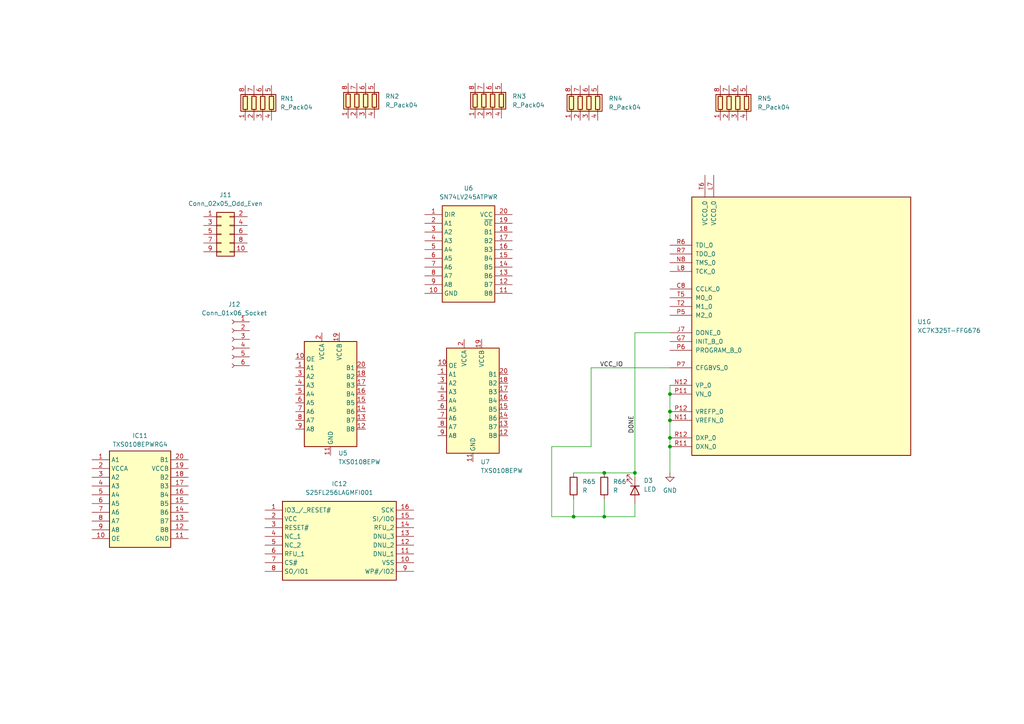
<source format=kicad_sch>
(kicad_sch (version 20231120) (generator "eeschema") (generator_version "8.0")
  (paper "A4")
  (lib_symbols
    (symbol "Connector:Conn_01x06_Socket" (pin_names (offset 1.016) hide)
      (property "Reference" "J" (at 0 7.62 0))
      (property "Value" "Conn_01x06_Socket" (at 0 -10.16 0))
      (symbol "Conn_01x06_Socket_1_1"
        (pin passive line (at -5.08 5.08 0) (length 3.81) (name "Pin_1") (number "1"))
        (pin passive line (at -5.08 2.54 0) (length 3.81) (name "Pin_2") (number "2"))
        (pin passive line (at -5.08 0 0) (length 3.81) (name "Pin_3") (number "3"))
        (pin passive line (at -5.08 -2.54 0) (length 3.81) (name "Pin_4") (number "4"))
        (pin passive line (at -5.08 -5.08 0) (length 3.81) (name "Pin_5") (number "5"))
        (pin passive line (at -5.08 -7.62 0) (length 3.81) (name "Pin_6") (number "6"))
      )
    )
    (symbol "Connector_Generic:Conn_02x05_Odd_Even" (pin_names (offset 1.016) hide)
      (property "Reference" "J" (at 1.27 7.62 0))
      (property "Value" "Conn_02x05_Odd_Even" (at 1.27 -7.62 0))
      (symbol "Conn_02x05_Odd_Even_1_1"
        (pin passive line (at -5.08 5.08 0) (length 3.81) (name "Pin_1") (number "1"))
        (pin passive line (at 7.62 -5.08 180) (length 3.81) (name "Pin_10") (number "10"))
        (pin passive line (at 7.62 5.08 180) (length 3.81) (name "Pin_2") (number "2"))
        (pin passive line (at -5.08 2.54 0) (length 3.81) (name "Pin_3") (number "3"))
        (pin passive line (at 7.62 2.54 180) (length 3.81) (name "Pin_4") (number "4"))
        (pin passive line (at -5.08 0 0) (length 3.81) (name "Pin_5") (number "5"))
        (pin passive line (at 7.62 0 180) (length 3.81) (name "Pin_6") (number "6"))
        (pin passive line (at -5.08 -2.54 0) (length 3.81) (name "Pin_7") (number "7"))
        (pin passive line (at 7.62 -2.54 180) (length 3.81) (name "Pin_8") (number "8"))
        (pin passive line (at -5.08 -5.08 0) (length 3.81) (name "Pin_9") (number "9"))
      )
    )
    (symbol "Device:LED" (pin_numbers hide) (pin_names (offset 1.016) hide)
      (property "Reference" "D" (at 0 2.54 0))
      (property "Value" "LED" (at 0 -2.54 0))
      (symbol "LED_1_1"
        (pin passive line (at -3.81 0 0) (length 2.54) (name "K") (number "1"))
        (pin passive line (at 3.81 0 180) (length 2.54) (name "A") (number "2"))
      )
    )
    (symbol "Device:R" (pin_numbers hide) (pin_names (offset 0))
      (property "Reference" "R" (at 2.032 0 90))
      (property "Value" "R" (at 0 0 90))
      (symbol "R_1_1"
        (pin passive line (at 0 3.81 270) (length 1.27) (name "~") (number "1"))
        (pin passive line (at 0 -3.81 90) (length 1.27) (name "~") (number "2"))
      )
    )
    (symbol "Device:R_Pack04" (pin_names (offset 0) hide)
      (property "Reference" "RN" (at -7.62 0 90))
      (property "Value" "R_Pack04" (at 5.08 0 90))
      (symbol "R_Pack04_1_1"
        (pin passive line (at -5.08 -5.08 90) (length 2.54) (name "R1.1") (number "1"))
        (pin passive line (at -2.54 -5.08 90) (length 2.54) (name "R2.1") (number "2"))
        (pin passive line (at 0 -5.08 90) (length 2.54) (name "R3.1") (number "3"))
        (pin passive line (at 2.54 -5.08 90) (length 2.54) (name "R4.1") (number "4"))
        (pin passive line (at 2.54 5.08 270) (length 2.54) (name "R4.2") (number "5"))
        (pin passive line (at 0 5.08 270) (length 2.54) (name "R3.2") (number "6"))
        (pin passive line (at -2.54 5.08 270) (length 2.54) (name "R2.2") (number "7"))
        (pin passive line (at -5.08 5.08 270) (length 2.54) (name "R1.2") (number "8"))
      )
    )
    (symbol "FPGA_Xilinx_Kintex7:XC7K325T-FFG676" (pin_names (offset 1.016))
      (property "Reference" "U" (at 0 1.27 0))
      (property "Value" "XC7K325T-FFG676" (at 0 -1.27 0))
      (symbol "XC7K325T-FFG676_1_1"
        (pin power_in line (at -40.64 73.66 270) (length 6.35) (name "VCCO_12") (number "AA21"))
        (pin bidirectional line (at -50.8 -12.7 0) (length 6.35) (name "IO_L13N_T2_MRCC_12") (number "AA22"))
        (pin bidirectional line (at -50.8 0 0) (length 6.35) (name "IO_L11P_T1_SRCC_12") (number "AA23"))
        (pin bidirectional line (at -50.8 -7.62 0) (length 6.35) (name "IO_L12N_T1_MRCC_12") (number "AA24"))
        (pin bidirectional line (at -50.8 20.32 0) (length 6.35) (name "IO_L7P_T1_12") (number "AA25"))
        (pin bidirectional line (at -50.8 -35.56 0) (length 6.35) (name "IO_L18P_T2_12") (number "AB21"))
        (pin bidirectional line (at -50.8 -30.48 0) (length 6.35) (name "IO_L17P_T2_12") (number "AB22"))
        (pin bidirectional line (at -50.8 -2.54 0) (length 6.35) (name "IO_L11N_T1_SRCC_12") (number "AB24"))
        (pin bidirectional line (at -50.8 17.78 0) (length 6.35) (name "IO_L7N_T1_12") (number "AB25"))
        (pin bidirectional line (at -50.8 10.16 0) (length 6.35) (name "IO_L9P_T1_DQS_12") (number "AB26"))
        (pin bidirectional line (at -50.8 -38.1 0) (length 6.35) (name "IO_L18N_T2_12") (number "AC21"))
        (pin bidirectional line (at -50.8 -33.02 0) (length 6.35) (name "IO_L17N_T2_12") (number "AC22"))
        (pin bidirectional line (at -50.8 -15.24 0) (length 6.35) (name "IO_L14P_T2_SRCC_12") (number "AC23"))
        (pin bidirectional line (at -50.8 -17.78 0) (length 6.35) (name "IO_L14N_T2_SRCC_12") (number "AC24"))
        (pin power_in line (at -38.1 73.66 270) (length 6.35) (name "VCCO_12") (number "AC25"))
        (pin bidirectional line (at -50.8 7.62 0) (length 6.35) (name "IO_L9N_T1_DQS_12") (number "AC26"))
        (pin bidirectional line (at -50.8 -40.64 0) (length 6.35) (name "IO_L19P_T3_12") (number "AD21"))
        (pin power_in line (at -35.56 73.66 270) (length 6.35) (name "VCCO_12") (number "AD22"))
        (pin bidirectional line (at -50.8 -25.4 0) (length 6.35) (name "IO_L16P_T2_12") (number "AD23"))
        (pin bidirectional line (at -50.8 -27.94 0) (length 6.35) (name "IO_L16N_T2_12") (number "AD24"))
        (pin bidirectional line (at -50.8 -60.96 0) (length 6.35) (name "IO_L23P_T3_12") (number "AD25"))
        (pin bidirectional line (at -50.8 -50.8 0) (length 6.35) (name "IO_L21P_T3_DQS_12") (number "AD26"))
        (pin bidirectional line (at -50.8 -43.18 0) (length 6.35) (name "IO_L19N_T3_VREF_12") (number "AE21"))
        (pin bidirectional line (at -50.8 -66.04 0) (length 6.35) (name "IO_L24P_T3_12") (number "AE22"))
        (pin bidirectional line (at -50.8 -55.88 0) (length 6.35) (name "IO_L22P_T3_12") (number "AE23"))
        (pin bidirectional line (at -50.8 -63.5 0) (length 6.35) (name "IO_L23N_T3_12") (number "AE25"))
        (pin bidirectional line (at -50.8 -53.34 0) (length 6.35) (name "IO_L21N_T3_DQS_12") (number "AE26"))
        (pin bidirectional line (at -50.8 -68.58 0) (length 6.35) (name "IO_L24N_T3_12") (number "AF22"))
        (pin bidirectional line (at -50.8 -58.42 0) (length 6.35) (name "IO_L22N_T3_12") (number "AF23"))
        (pin bidirectional line (at -50.8 -45.72 0) (length 6.35) (name "IO_L20P_T3_12") (number "AF24"))
        (pin bidirectional line (at -50.8 -48.26 0) (length 6.35) (name "IO_L20N_T3_12") (number "AF25"))
        (pin power_in line (at -33.02 73.66 270) (length 6.35) (name "VCCO_12") (number "AF26"))
        (pin power_in line (at 27.94 73.66 270) (length 6.35) (name "VCCO_13") (number "K24"))
        (pin bidirectional line (at 50.8 50.8 180) (length 6.35) (name "IO_L1P_T0_13") (number "K25"))
        (pin bidirectional line (at 50.8 48.26 180) (length 6.35) (name "IO_L1N_T0_13") (number "K26"))
        (pin bidirectional line (at 50.8 12.7 180) (length 6.35) (name "IO_L8N_T1_13") (number "L24"))
        (pin bidirectional line (at 50.8 38.1 180) (length 6.35) (name "IO_L3N_T0_DQS_13") (number "L25"))
        (pin bidirectional line (at 50.8 -58.42 180) (length 6.35) (name "IO_L22N_T3_13") (number "M19"))
        (pin bidirectional line (at 50.8 17.78 180) (length 6.35) (name "IO_L7N_T1_13") (number "M20"))
        (pin bidirectional line (at 50.8 5.08 180) (length 6.35) (name "IO_L10P_T1_13") (number "M21"))
        (pin bidirectional line (at 50.8 2.54 180) (length 6.35) (name "IO_L10N_T1_13") (number "M22"))
        (pin bidirectional line (at 50.8 15.24 180) (length 6.35) (name "IO_L8P_T1_13") (number "M24"))
        (pin bidirectional line (at 50.8 40.64 180) (length 6.35) (name "IO_L3P_T0_DQS_13") (number "M25"))
        (pin bidirectional line (at 50.8 27.94 180) (length 6.35) (name "IO_L5N_T0_13") (number "M26"))
        (pin bidirectional line (at 50.8 53.34 180) (length 6.35) (name "IO_0_13") (number "N16"))
        (pin bidirectional line (at 50.8 -48.26 180) (length 6.35) (name "IO_L20N_T3_13") (number "N17"))
        (pin bidirectional line (at 50.8 -55.88 180) (length 6.35) (name "IO_L22P_T3_13") (number "N18"))
        (pin bidirectional line (at 50.8 20.32 180) (length 6.35) (name "IO_L7P_T1_13") (number "N19"))
        (pin bidirectional line (at 50.8 -5.08 180) (length 6.35) (name "IO_L12P_T1_MRCC_13") (number "N21"))
        (pin bidirectional line (at 50.8 -7.62 180) (length 6.35) (name "IO_L12N_T1_MRCC_13") (number "N22"))
        (pin bidirectional line (at 50.8 -2.54 180) (length 6.35) (name "IO_L11N_T1_SRCC_13") (number "N23"))
        (pin bidirectional line (at 50.8 33.02 180) (length 6.35) (name "IO_L4N_T0_13") (number "N24"))
        (pin power_in line (at 30.48 73.66 270) (length 6.35) (name "VCCO_13") (number "N25"))
        (pin bidirectional line (at 50.8 30.48 180) (length 6.35) (name "IO_L5P_T0_13") (number "N26"))
        (pin bidirectional line (at 50.8 -45.72 180) (length 6.35) (name "IO_L20P_T3_13") (number "P16"))
        (pin bidirectional line (at 50.8 -68.58 180) (length 6.35) (name "IO_L24N_T3_13") (number "P18"))
        (pin bidirectional line (at 50.8 10.16 180) (length 6.35) (name "IO_L9P_T1_DQS_13") (number "P19"))
        (pin bidirectional line (at 50.8 7.62 180) (length 6.35) (name "IO_L9N_T1_DQS_13") (number "P20"))
        (pin bidirectional line (at 50.8 -12.7 180) (length 6.35) (name "IO_L13N_T2_MRCC_13") (number "P21"))
        (pin power_in line (at 33.02 73.66 270) (length 6.35) (name "VCCO_13") (number "P22"))
        (pin bidirectional line (at 50.8 0 180) (length 6.35) (name "IO_L11P_T1_SRCC_13") (number "P23"))
        (pin bidirectional line (at 50.8 35.56 180) (length 6.35) (name "IO_L4P_T0_13") (number "P24"))
        (pin bidirectional line (at 50.8 22.86 180) (length 6.35) (name "IO_L6N_T0_VREF_13") (number "P25"))
        (pin bidirectional line (at 50.8 43.18 180) (length 6.35) (name "IO_L2N_T0_13") (number "P26"))
        (pin bidirectional line (at 50.8 -50.8 180) (length 6.35) (name "IO_L21P_T3_DQS_13") (number "R16"))
        (pin bidirectional line (at 50.8 -53.34 180) (length 6.35) (name "IO_L21N_T3_DQS_13") (number "R17"))
        (pin bidirectional line (at 50.8 -66.04 180) (length 6.35) (name "IO_L24P_T3_13") (number "R18"))
        (pin power_in line (at 35.56 73.66 270) (length 6.35) (name "VCCO_13") (number "R19"))
        (pin bidirectional line (at 50.8 -27.94 180) (length 6.35) (name "IO_L16N_T2_13") (number "R20"))
        (pin bidirectional line (at 50.8 -10.16 180) (length 6.35) (name "IO_L13P_T2_MRCC_13") (number "R21"))
        (pin bidirectional line (at 50.8 -15.24 180) (length 6.35) (name "IO_L14P_T2_SRCC_13") (number "R22"))
        (pin bidirectional line (at 50.8 -17.78 180) (length 6.35) (name "IO_L14N_T2_SRCC_13") (number "R23"))
        (pin bidirectional line (at 50.8 25.4 180) (length 6.35) (name "IO_L6P_T0_13") (number "R25"))
        (pin bidirectional line (at 50.8 45.72 180) (length 6.35) (name "IO_L2P_T0_13") (number "R26"))
        (pin power_in line (at 38.1 73.66 270) (length 6.35) (name "VCCO_13") (number "T16"))
        (pin bidirectional line (at 50.8 -63.5 180) (length 6.35) (name "IO_L23N_T3_13") (number "T17"))
        (pin bidirectional line (at 50.8 -40.64 180) (length 6.35) (name "IO_L19P_T3_13") (number "T18"))
        (pin bidirectional line (at 50.8 -43.18 180) (length 6.35) (name "IO_L19N_T3_VREF_13") (number "T19"))
        (pin bidirectional line (at 50.8 -25.4 180) (length 6.35) (name "IO_L16P_T2_13") (number "T20"))
        (pin bidirectional line (at 50.8 -30.48 180) (length 6.35) (name "IO_L17P_T2_13") (number "T22"))
        (pin bidirectional line (at 50.8 -33.02 180) (length 6.35) (name "IO_L17N_T2_13") (number "T23"))
        (pin bidirectional line (at 50.8 -20.32 180) (length 6.35) (name "IO_L15P_T2_DQS_13") (number "T24"))
        (pin bidirectional line (at 50.8 -22.86 180) (length 6.35) (name "IO_L15N_T2_DQS_13") (number "T25"))
        (pin power_in line (at 40.64 73.66 270) (length 6.35) (name "VCCO_13") (number "T26"))
        (pin bidirectional line (at 50.8 -71.12 180) (length 6.35) (name "IO_25_13") (number "U16"))
        (pin bidirectional line (at 50.8 -60.96 180) (length 6.35) (name "IO_L23P_T3_13") (number "U17"))
        (pin bidirectional line (at 50.8 -35.56 180) (length 6.35) (name "IO_L18P_T2_13") (number "U19"))
        (pin bidirectional line (at 50.8 -38.1 180) (length 6.35) (name "IO_L18N_T2_13") (number "U20"))
        (pin bidirectional line (at -50.8 53.34 0) (length 6.35) (name "IO_0_12") (number "U21"))
        (pin bidirectional line (at -50.8 50.8 0) (length 6.35) (name "IO_L1P_T0_12") (number "U22"))
        (pin power_in line (at -30.48 73.66 270) (length 6.35) (name "VCCO_12") (number "U23"))
        (pin bidirectional line (at -50.8 45.72 0) (length 6.35) (name "IO_L2P_T0_12") (number "U24"))
        (pin bidirectional line (at -50.8 43.18 0) (length 6.35) (name "IO_L2N_T0_12") (number "U25"))
        (pin bidirectional line (at -50.8 35.56 0) (length 6.35) (name "IO_L4P_T0_12") (number "U26"))
        (pin power_in line (at -27.94 73.66 270) (length 6.35) (name "VCCO_12") (number "V20"))
        (pin bidirectional line (at -50.8 25.4 0) (length 6.35) (name "IO_L6P_T0_12") (number "V21"))
        (pin bidirectional line (at -50.8 48.26 0) (length 6.35) (name "IO_L1N_T0_12") (number "V22"))
        (pin bidirectional line (at -50.8 40.64 0) (length 6.35) (name "IO_L3P_T0_DQS_12") (number "V23"))
        (pin bidirectional line (at -50.8 38.1 0) (length 6.35) (name "IO_L3N_T0_DQS_12") (number "V24"))
        (pin bidirectional line (at -50.8 33.02 0) (length 6.35) (name "IO_L4N_T0_12") (number "V26"))
        (pin bidirectional line (at -50.8 -20.32 0) (length 6.35) (name "IO_L15P_T2_DQS_12") (number "W20"))
        (pin bidirectional line (at -50.8 22.86 0) (length 6.35) (name "IO_L6N_T0_VREF_12") (number "W21"))
        (pin bidirectional line (at -50.8 15.24 0) (length 6.35) (name "IO_L8P_T1_12") (number "W23"))
        (pin bidirectional line (at -50.8 12.7 0) (length 6.35) (name "IO_L8N_T1_12") (number "W24"))
        (pin bidirectional line (at -50.8 30.48 0) (length 6.35) (name "IO_L5P_T0_12") (number "W25"))
        (pin bidirectional line (at -50.8 27.94 0) (length 6.35) (name "IO_L5N_T0_12") (number "W26"))
        (pin bidirectional line (at -50.8 -71.12 0) (length 6.35) (name "IO_25_12") (number "Y20"))
        (pin bidirectional line (at -50.8 -22.86 0) (length 6.35) (name "IO_L15N_T2_DQS_12") (number "Y21"))
        (pin bidirectional line (at -50.8 -10.16 0) (length 6.35) (name "IO_L13P_T2_MRCC_12") (number "Y22"))
        (pin bidirectional line (at -50.8 -5.08 0) (length 6.35) (name "IO_L12P_T1_MRCC_12") (number "Y23"))
        (pin power_in line (at -25.4 73.66 270) (length 6.35) (name "VCCO_12") (number "Y24"))
        (pin bidirectional line (at -50.8 5.08 0) (length 6.35) (name "IO_L10P_T1_12") (number "Y25"))
        (pin bidirectional line (at -50.8 2.54 0) (length 6.35) (name "IO_L10N_T1_12") (number "Y26"))
      )
      (symbol "XC7K325T-FFG676_2_1"
        (pin bidirectional line (at 50.8 38.1 180) (length 6.35) (name "IO_L3N_T0_DQS_AD1N_15") (number "A17"))
        (pin bidirectional line (at 50.8 45.72 180) (length 6.35) (name "IO_L2P_T0_AD8P_15") (number "A18"))
        (pin bidirectional line (at 50.8 43.18 180) (length 6.35) (name "IO_L2N_T0_AD8N_15") (number "A19"))
        (pin bidirectional line (at -50.8 12.7 0) (length 6.35) (name "IO_L8N_T1_D12_14") (number "A20"))
        (pin power_in line (at -40.64 73.66 270) (length 6.35) (name "VCCO_14") (number "A21"))
        (pin bidirectional line (at -50.8 43.18 0) (length 6.35) (name "IO_L2N_T0_D03_14") (number "A22"))
        (pin bidirectional line (at -50.8 35.56 0) (length 6.35) (name "IO_L4P_T0_D04_14") (number "A23"))
        (pin bidirectional line (at -50.8 33.02 0) (length 6.35) (name "IO_L4N_T0_D05_14") (number "A24"))
        (pin bidirectional line (at -50.8 48.26 0) (length 6.35) (name "IO_L1N_T0_D01_DIN_14") (number "A25"))
        (pin bidirectional line (at 50.8 48.26 180) (length 6.35) (name "IO_L1N_T0_AD0N_15") (number "B16"))
        (pin bidirectional line (at 50.8 40.64 180) (length 6.35) (name "IO_L3P_T0_DQS_AD1P_15") (number "B17"))
        (pin power_in line (at 27.94 73.66 270) (length 6.35) (name "VCCO_15") (number "B18"))
        (pin bidirectional line (at 50.8 33.02 180) (length 6.35) (name "IO_L4N_T0_AD9N_15") (number "B19"))
        (pin bidirectional line (at -50.8 15.24 0) (length 6.35) (name "IO_L8P_T1_D11_14") (number "B20"))
        (pin bidirectional line (at -50.8 2.54 0) (length 6.35) (name "IO_L10N_T1_D15_14") (number "B21"))
        (pin bidirectional line (at -50.8 45.72 0) (length 6.35) (name "IO_L2P_T0_D02_14") (number "B22"))
        (pin bidirectional line (at -50.8 50.8 0) (length 6.35) (name "IO_L1P_T0_D00_MOSI_14") (number "B24"))
        (pin bidirectional line (at -50.8 40.64 0) (length 6.35) (name "IO_L3P_T0_DQS_PUDC_B_14") (number "B25"))
        (pin bidirectional line (at -50.8 38.1 0) (length 6.35) (name "IO_L3N_T0_DQS_EMCCLK_14") (number "B26"))
        (pin bidirectional line (at 50.8 50.8 180) (length 6.35) (name "IO_L1P_T0_AD0P_15") (number "C16"))
        (pin bidirectional line (at 50.8 30.48 180) (length 6.35) (name "IO_L5P_T0_AD2P_15") (number "C17"))
        (pin bidirectional line (at 50.8 27.94 180) (length 6.35) (name "IO_L5N_T0_AD2N_15") (number "C18"))
        (pin bidirectional line (at 50.8 35.56 180) (length 6.35) (name "IO_L4P_T0_AD9P_15") (number "C19"))
        (pin bidirectional line (at -50.8 5.08 0) (length 6.35) (name "IO_L10P_T1_D14_14") (number "C21"))
        (pin bidirectional line (at -50.8 17.78 0) (length 6.35) (name "IO_L7N_T1_D10_14") (number "C22"))
        (pin bidirectional line (at -50.8 25.4 0) (length 6.35) (name "IO_L6P_T0_FCS_B_14") (number "C23"))
        (pin bidirectional line (at -50.8 22.86 0) (length 6.35) (name "IO_L6N_T0_D08_VREF_14") (number "C24"))
        (pin power_in line (at -38.1 73.66 270) (length 6.35) (name "VCCO_14") (number "C25"))
        (pin bidirectional line (at -50.8 27.94 0) (length 6.35) (name "IO_L5N_T0_D07_14") (number "C26"))
        (pin bidirectional line (at 50.8 25.4 180) (length 6.35) (name "IO_L6P_T0_15") (number "D15"))
        (pin bidirectional line (at 50.8 22.86 180) (length 6.35) (name "IO_L6N_T0_VREF_15") (number "D16"))
        (pin bidirectional line (at 50.8 -12.7 180) (length 6.35) (name "IO_L13N_T2_MRCC_15") (number "D18"))
        (pin bidirectional line (at 50.8 -20.32 180) (length 6.35) (name "IO_L15P_T2_DQS_15") (number "D19"))
        (pin bidirectional line (at 50.8 -22.86 180) (length 6.35) (name "IO_L15N_T2_DQS_ADV_B_15") (number "D20"))
        (pin bidirectional line (at -50.8 20.32 0) (length 6.35) (name "IO_L7P_T1_D09_14") (number "D21"))
        (pin power_in line (at -35.56 73.66 270) (length 6.35) (name "VCCO_14") (number "D22"))
        (pin bidirectional line (at -50.8 0 0) (length 6.35) (name "IO_L11P_T1_SRCC_14") (number "D23"))
        (pin bidirectional line (at -50.8 -2.54 0) (length 6.35) (name "IO_L11N_T1_SRCC_14") (number "D24"))
        (pin bidirectional line (at -50.8 -22.86 0) (length 6.35) (name "IO_L15N_T2_DQS_DOUT_CSO_B_14") (number "D25"))
        (pin bidirectional line (at -50.8 30.48 0) (length 6.35) (name "IO_L5P_T0_D06_14") (number "D26"))
        (pin bidirectional line (at 50.8 5.08 180) (length 6.35) (name "IO_L10P_T1_AD4P_15") (number "E15"))
        (pin bidirectional line (at 50.8 2.54 180) (length 6.35) (name "IO_L10N_T1_AD4N_15") (number "E16"))
        (pin bidirectional line (at 50.8 -7.62 180) (length 6.35) (name "IO_L12N_T1_MRCC_AD5N_15") (number "E17"))
        (pin bidirectional line (at 50.8 -10.16 180) (length 6.35) (name "IO_L13P_T2_MRCC_15") (number "E18"))
        (pin power_in line (at 30.48 73.66 270) (length 6.35) (name "VCCO_15") (number "E19"))
        (pin bidirectional line (at 50.8 -33.02 180) (length 6.35) (name "IO_L17N_T2_A25_15") (number "E20"))
        (pin bidirectional line (at -50.8 10.16 0) (length 6.35) (name "IO_L9P_T1_DQS_14") (number "E21"))
        (pin bidirectional line (at -50.8 7.62 0) (length 6.35) (name "IO_L9N_T1_DQS_D13_14") (number "E22"))
        (pin bidirectional line (at -50.8 -7.62 0) (length 6.35) (name "IO_L12N_T1_MRCC_14") (number "E23"))
        (pin bidirectional line (at -50.8 -20.32 0) (length 6.35) (name "IO_L15P_T2_DQS_RDWR_B_14") (number "E25"))
        (pin bidirectional line (at -50.8 -33.02 0) (length 6.35) (name "IO_L17N_T2_A13_D29_14") (number "E26"))
        (pin bidirectional line (at 50.8 12.7 180) (length 6.35) (name "IO_L8N_T1_AD3N_15") (number "F15"))
        (pin power_in line (at 33.02 73.66 270) (length 6.35) (name "VCCO_15") (number "F16"))
        (pin bidirectional line (at 50.8 -5.08 180) (length 6.35) (name "IO_L12P_T1_MRCC_AD5P_15") (number "F17"))
        (pin bidirectional line (at 50.8 -2.54 180) (length 6.35) (name "IO_L11N_T1_SRCC_AD12N_15") (number "F18"))
        (pin bidirectional line (at 50.8 -30.48 180) (length 6.35) (name "IO_L17P_T2_A26_15") (number "F19"))
        (pin bidirectional line (at 50.8 -27.94 180) (length 6.35) (name "IO_L16N_T2_A27_15") (number "F20"))
        (pin bidirectional line (at -50.8 -5.08 0) (length 6.35) (name "IO_L12P_T1_MRCC_14") (number "F22"))
        (pin bidirectional line (at -50.8 -12.7 0) (length 6.35) (name "IO_L13N_T2_MRCC_14") (number "F23"))
        (pin bidirectional line (at -50.8 -17.78 0) (length 6.35) (name "IO_L14N_T2_SRCC_14") (number "F24"))
        (pin bidirectional line (at -50.8 -30.48 0) (length 6.35) (name "IO_L17P_T2_A14_D30_14") (number "F25"))
        (pin power_in line (at -33.02 73.66 270) (length 6.35) (name "VCCO_14") (number "F26"))
        (pin bidirectional line (at 50.8 15.24 180) (length 6.35) (name "IO_L8P_T1_AD3P_15") (number "G15"))
        (pin bidirectional line (at 50.8 17.78 180) (length 6.35) (name "IO_L7N_T1_AD10N_15") (number "G16"))
        (pin bidirectional line (at 50.8 0 180) (length 6.35) (name "IO_L11P_T1_SRCC_AD12P_15") (number "G17"))
        (pin bidirectional line (at 50.8 -25.4 180) (length 6.35) (name "IO_L16P_T2_A28_15") (number "G19"))
        (pin bidirectional line (at 50.8 -38.1 180) (length 6.35) (name "IO_L18N_T2_A23_15") (number "G20"))
        (pin bidirectional line (at -50.8 -43.18 0) (length 6.35) (name "IO_L19N_T3_A09_D25_VREF_14") (number "G21"))
        (pin bidirectional line (at -50.8 -10.16 0) (length 6.35) (name "IO_L13P_T2_MRCC_14") (number "G22"))
        (pin power_in line (at -30.48 73.66 270) (length 6.35) (name "VCCO_14") (number "G23"))
        (pin bidirectional line (at -50.8 -15.24 0) (length 6.35) (name "IO_L14P_T2_SRCC_14") (number "G24"))
        (pin bidirectional line (at -50.8 -25.4 0) (length 6.35) (name "IO_L16P_T2_CSI_B_14") (number "G25"))
        (pin bidirectional line (at -50.8 -27.94 0) (length 6.35) (name "IO_L16N_T2_A15_D31_14") (number "G26"))
        (pin bidirectional line (at 50.8 20.32 180) (length 6.35) (name "IO_L7P_T1_AD10P_15") (number "H16"))
        (pin bidirectional line (at 50.8 -15.24 180) (length 6.35) (name "IO_L14P_T2_SRCC_15") (number "H17"))
        (pin bidirectional line (at 50.8 -17.78 180) (length 6.35) (name "IO_L14N_T2_SRCC_15") (number "H18"))
        (pin bidirectional line (at 50.8 -35.56 180) (length 6.35) (name "IO_L18P_T2_A24_15") (number "H19"))
        (pin power_in line (at 35.56 73.66 270) (length 6.35) (name "VCCO_15") (number "H20"))
        (pin bidirectional line (at -50.8 -40.64 0) (length 6.35) (name "IO_L19P_T3_A10_D26_14") (number "H21"))
        (pin bidirectional line (at -50.8 -53.34 0) (length 6.35) (name "IO_L21N_T3_DQS_A06_D22_14") (number "H22"))
        (pin bidirectional line (at -50.8 -45.72 0) (length 6.35) (name "IO_L20P_T3_A08_D24_14") (number "H23"))
        (pin bidirectional line (at -50.8 -48.26 0) (length 6.35) (name "IO_L20N_T3_A07_D23_14") (number "H24"))
        (pin bidirectional line (at -50.8 -38.1 0) (length 6.35) (name "IO_L18N_T2_A11_D27_14") (number "H26"))
        (pin bidirectional line (at 50.8 10.16 180) (length 6.35) (name "IO_L9P_T1_DQS_AD11P_15") (number "J15"))
        (pin bidirectional line (at 50.8 7.62 180) (length 6.35) (name "IO_L9N_T1_DQS_AD11N_15") (number "J16"))
        (pin power_in line (at 38.1 73.66 270) (length 6.35) (name "VCCO_15") (number "J17"))
        (pin bidirectional line (at 50.8 -45.72 180) (length 6.35) (name "IO_L20P_T3_A20_15") (number "J18"))
        (pin bidirectional line (at 50.8 -48.26 180) (length 6.35) (name "IO_L20N_T3_A19_15") (number "J19"))
        (pin bidirectional line (at 50.8 -43.18 180) (length 6.35) (name "IO_L19N_T3_A21_VREF_15") (number "J20"))
        (pin bidirectional line (at -50.8 -50.8 0) (length 6.35) (name "IO_L21P_T3_DQS_14") (number "J21"))
        (pin bidirectional line (at -50.8 -68.58 0) (length 6.35) (name "IO_L24N_T3_A00_D16_14") (number "J23"))
        (pin bidirectional line (at -50.8 -55.88 0) (length 6.35) (name "IO_L22P_T3_A05_D21_14") (number "J24"))
        (pin bidirectional line (at -50.8 -58.42 0) (length 6.35) (name "IO_L22N_T3_A04_D20_14") (number "J25"))
        (pin bidirectional line (at -50.8 -35.56 0) (length 6.35) (name "IO_L18P_T2_A12_D28_14") (number "J26"))
        (pin bidirectional line (at 50.8 53.34 180) (length 6.35) (name "IO_0_15") (number "K15"))
        (pin bidirectional line (at 50.8 -55.88 180) (length 6.35) (name "IO_L22P_T3_A17_15") (number "K16"))
        (pin bidirectional line (at 50.8 -58.42 180) (length 6.35) (name "IO_L22N_T3_A16_15") (number "K17"))
        (pin bidirectional line (at 50.8 -68.58 180) (length 6.35) (name "IO_L24N_T3_RS0_15") (number "K18"))
        (pin bidirectional line (at 50.8 -40.64 180) (length 6.35) (name "IO_L19P_T3_A22_15") (number "K20"))
        (pin bidirectional line (at -50.8 53.34 0) (length 6.35) (name "IO_0_14") (number "K21"))
        (pin bidirectional line (at -50.8 -63.5 0) (length 6.35) (name "IO_L23N_T3_A02_D18_14") (number "K22"))
        (pin bidirectional line (at -50.8 -66.04 0) (length 6.35) (name "IO_L24P_T3_A01_D17_14") (number "K23"))
        (pin bidirectional line (at 50.8 -66.04 180) (length 6.35) (name "IO_L24P_T3_RS1_15") (number "L17"))
        (pin bidirectional line (at 50.8 -63.5 180) (length 6.35) (name "IO_L23N_T3_FWE_B_15") (number "L18"))
        (pin bidirectional line (at 50.8 -50.8 180) (length 6.35) (name "IO_L21P_T3_DQS_15") (number "L19"))
        (pin bidirectional line (at 50.8 -53.34 180) (length 6.35) (name "IO_L21N_T3_DQS_A18_15") (number "L20"))
        (pin power_in line (at -27.94 73.66 270) (length 6.35) (name "VCCO_14") (number "L21"))
        (pin bidirectional line (at -50.8 -60.96 0) (length 6.35) (name "IO_L23P_T3_A03_D19_14") (number "L22"))
        (pin bidirectional line (at -50.8 -71.12 0) (length 6.35) (name "IO_25_14") (number "L23"))
        (pin bidirectional line (at 50.8 -71.12 180) (length 6.35) (name "IO_25_15") (number "M16"))
        (pin bidirectional line (at 50.8 -60.96 180) (length 6.35) (name "IO_L23P_T3_FOE_B_15") (number "M17"))
        (pin power_in line (at 40.64 73.66 270) (length 6.35) (name "VCCO_15") (number "M18"))
      )
      (symbol "XC7K325T-FFG676_3_1"
        (pin bidirectional line (at -50.8 -58.42 0) (length 6.35) (name "IO_L22N_T3_16") (number "A10"))
        (pin power_in line (at -40.64 73.66 270) (length 6.35) (name "VCCO_16") (number "A11"))
        (pin bidirectional line (at -50.8 -68.58 0) (length 6.35) (name "IO_L24N_T3_16") (number "A12"))
        (pin bidirectional line (at -50.8 -66.04 0) (length 6.35) (name "IO_L24P_T3_16") (number "A13"))
        (pin bidirectional line (at -50.8 -53.34 0) (length 6.35) (name "IO_L21N_T3_DQS_16") (number "A14"))
        (pin bidirectional line (at -50.8 -63.5 0) (length 6.35) (name "IO_L23N_T3_16") (number "A15"))
        (pin bidirectional line (at -50.8 7.62 0) (length 6.35) (name "IO_L9N_T1_DQS_16") (number "A8"))
        (pin bidirectional line (at -50.8 10.16 0) (length 6.35) (name "IO_L9P_T1_DQS_16") (number "A9"))
        (pin bidirectional line (at 50.8 20.32 180) (length 6.35) (name "IO_L7P_T1_32") (number "AA14"))
        (pin bidirectional line (at 50.8 17.78 180) (length 6.35) (name "IO_L7N_T1_32") (number "AA15"))
        (pin bidirectional line (at 50.8 0 180) (length 6.35) (name "IO_L11P_T1_SRCC_32") (number "AA17"))
        (pin bidirectional line (at 50.8 -2.54 180) (length 6.35) (name "IO_L11N_T1_SRCC_32") (number "AA18"))
        (pin bidirectional line (at 50.8 -25.4 180) (length 6.35) (name "IO_L16P_T2_32") (number "AA19"))
        (pin bidirectional line (at 50.8 -27.94 180) (length 6.35) (name "IO_L16N_T2_32") (number "AA20"))
        (pin bidirectional line (at 50.8 5.08 180) (length 6.35) (name "IO_L10P_T1_32") (number "AB14"))
        (pin bidirectional line (at 50.8 2.54 180) (length 6.35) (name "IO_L10N_T1_32") (number "AB15"))
        (pin bidirectional line (at 50.8 -5.08 180) (length 6.35) (name "IO_L12P_T1_MRCC_32") (number "AB16"))
        (pin bidirectional line (at 50.8 -15.24 180) (length 6.35) (name "IO_L14P_T2_SRCC_32") (number "AB17"))
        (pin power_in line (at 27.94 73.66 270) (length 6.35) (name "VCCO_32") (number "AB18"))
        (pin bidirectional line (at 50.8 -35.56 180) (length 6.35) (name "IO_L18P_T2_32") (number "AB19"))
        (pin bidirectional line (at 50.8 -38.1 180) (length 6.35) (name "IO_L18N_T2_32") (number "AB20"))
        (pin bidirectional line (at 50.8 15.24 180) (length 6.35) (name "IO_L8P_T1_32") (number "AC14"))
        (pin power_in line (at 30.48 73.66 270) (length 6.35) (name "VCCO_32") (number "AC15"))
        (pin bidirectional line (at 50.8 -7.62 180) (length 6.35) (name "IO_L12N_T1_MRCC_32") (number "AC16"))
        (pin bidirectional line (at 50.8 -17.78 180) (length 6.35) (name "IO_L14N_T2_SRCC_32") (number "AC17"))
        (pin bidirectional line (at 50.8 -10.16 180) (length 6.35) (name "IO_L13P_T2_MRCC_32") (number "AC18"))
        (pin bidirectional line (at 50.8 -30.48 180) (length 6.35) (name "IO_L17P_T2_32") (number "AC19"))
        (pin bidirectional line (at 50.8 12.7 180) (length 6.35) (name "IO_L8N_T1_32") (number "AD14"))
        (pin bidirectional line (at 50.8 35.56 180) (length 6.35) (name "IO_L4P_T0_32") (number "AD15"))
        (pin bidirectional line (at 50.8 25.4 180) (length 6.35) (name "IO_L6P_T0_32") (number "AD16"))
        (pin bidirectional line (at 50.8 -12.7 180) (length 6.35) (name "IO_L13N_T2_MRCC_32") (number "AD18"))
        (pin bidirectional line (at 50.8 -33.02 180) (length 6.35) (name "IO_L17N_T2_32") (number "AD19"))
        (pin bidirectional line (at 50.8 -20.32 180) (length 6.35) (name "IO_L15P_T2_DQS_32") (number "AD20"))
        (pin bidirectional line (at 50.8 33.02 180) (length 6.35) (name "IO_L4N_T0_32") (number "AE15"))
        (pin bidirectional line (at 50.8 22.86 180) (length 6.35) (name "IO_L6N_T0_VREF_32") (number "AE16"))
        (pin bidirectional line (at 50.8 50.8 180) (length 6.35) (name "IO_L1P_T0_32") (number "AE17"))
        (pin bidirectional line (at 50.8 40.64 180) (length 6.35) (name "IO_L3P_T0_DQS_32") (number "AE18"))
        (pin power_in line (at 33.02 73.66 270) (length 6.35) (name "VCCO_32") (number "AE19"))
        (pin bidirectional line (at 50.8 -22.86 180) (length 6.35) (name "IO_L15N_T2_DQS_32") (number "AE20"))
        (pin bidirectional line (at 50.8 45.72 180) (length 6.35) (name "IO_L2P_T0_32") (number "AF14"))
        (pin bidirectional line (at 50.8 43.18 180) (length 6.35) (name "IO_L2N_T0_32") (number "AF15"))
        (pin power_in line (at 35.56 73.66 270) (length 6.35) (name "VCCO_32") (number "AF16"))
        (pin bidirectional line (at 50.8 48.26 180) (length 6.35) (name "IO_L1N_T0_32") (number "AF17"))
        (pin bidirectional line (at 50.8 38.1 180) (length 6.35) (name "IO_L3N_T0_DQS_32") (number "AF18"))
        (pin bidirectional line (at 50.8 30.48 180) (length 6.35) (name "IO_L5P_T0_32") (number "AF19"))
        (pin bidirectional line (at 50.8 27.94 180) (length 6.35) (name "IO_L5N_T0_32") (number "AF20"))
        (pin bidirectional line (at -50.8 -55.88 0) (length 6.35) (name "IO_L22P_T3_16") (number "B10"))
        (pin bidirectional line (at -50.8 -48.26 0) (length 6.35) (name "IO_L20N_T3_16") (number "B11"))
        (pin bidirectional line (at -50.8 -45.72 0) (length 6.35) (name "IO_L20P_T3_16") (number "B12"))
        (pin bidirectional line (at -50.8 -50.8 0) (length 6.35) (name "IO_L21P_T3_DQS_16") (number "B14"))
        (pin bidirectional line (at -50.8 -60.96 0) (length 6.35) (name "IO_L23P_T3_16") (number "B15"))
        (pin power_in line (at -38.1 73.66 270) (length 6.35) (name "VCCO_16") (number "B8"))
        (pin bidirectional line (at -50.8 2.54 0) (length 6.35) (name "IO_L10N_T1_16") (number "B9"))
        (pin bidirectional line (at -50.8 -12.7 0) (length 6.35) (name "IO_L13N_T2_MRCC_16") (number "C11"))
        (pin bidirectional line (at -50.8 -10.16 0) (length 6.35) (name "IO_L13P_T2_MRCC_16") (number "C12"))
        (pin bidirectional line (at -50.8 -43.18 0) (length 6.35) (name "IO_L19N_T3_VREF_16") (number "C13"))
        (pin bidirectional line (at -50.8 -40.64 0) (length 6.35) (name "IO_L19P_T3_16") (number "C14"))
        (pin power_in line (at -35.56 73.66 270) (length 6.35) (name "VCCO_16") (number "C15"))
        (pin bidirectional line (at -50.8 5.08 0) (length 6.35) (name "IO_L10P_T1_16") (number "C9"))
        (pin bidirectional line (at -50.8 -7.62 0) (length 6.35) (name "IO_L12N_T1_MRCC_16") (number "D10"))
        (pin bidirectional line (at -50.8 -17.78 0) (length 6.35) (name "IO_L14N_T2_SRCC_16") (number "D11"))
        (pin power_in line (at -33.02 73.66 270) (length 6.35) (name "VCCO_16") (number "D12"))
        (pin bidirectional line (at -50.8 -33.02 0) (length 6.35) (name "IO_L17N_T2_16") (number "D13"))
        (pin bidirectional line (at -50.8 -30.48 0) (length 6.35) (name "IO_L17P_T2_16") (number "D14"))
        (pin bidirectional line (at -50.8 12.7 0) (length 6.35) (name "IO_L8N_T1_16") (number "D8"))
        (pin bidirectional line (at -50.8 15.24 0) (length 6.35) (name "IO_L8P_T1_16") (number "D9"))
        (pin bidirectional line (at -50.8 -5.08 0) (length 6.35) (name "IO_L12P_T1_MRCC_16") (number "E10"))
        (pin bidirectional line (at -50.8 -15.24 0) (length 6.35) (name "IO_L14P_T2_SRCC_16") (number "E11"))
        (pin bidirectional line (at -50.8 -38.1 0) (length 6.35) (name "IO_L18N_T2_16") (number "E12"))
        (pin bidirectional line (at -50.8 -35.56 0) (length 6.35) (name "IO_L18P_T2_16") (number "E13"))
        (pin power_in line (at -30.48 73.66 270) (length 6.35) (name "VCCO_16") (number "E9"))
        (pin bidirectional line (at -50.8 -2.54 0) (length 6.35) (name "IO_L11N_T1_SRCC_16") (number "F10"))
        (pin bidirectional line (at -50.8 -27.94 0) (length 6.35) (name "IO_L16N_T2_16") (number "F12"))
        (pin bidirectional line (at -50.8 -22.86 0) (length 6.35) (name "IO_L15N_T2_DQS_16") (number "F13"))
        (pin bidirectional line (at -50.8 -20.32 0) (length 6.35) (name "IO_L15P_T2_DQS_16") (number "F14"))
        (pin bidirectional line (at -50.8 17.78 0) (length 6.35) (name "IO_L7N_T1_16") (number "F8"))
        (pin bidirectional line (at -50.8 20.32 0) (length 6.35) (name "IO_L7P_T1_16") (number "F9"))
        (pin bidirectional line (at -50.8 45.72 0) (length 6.35) (name "IO_L2P_T0_16") (number "G10"))
        (pin bidirectional line (at -50.8 0 0) (length 6.35) (name "IO_L11P_T1_SRCC_16") (number "G11"))
        (pin bidirectional line (at -50.8 -25.4 0) (length 6.35) (name "IO_L16P_T2_16") (number "G12"))
        (pin power_in line (at -27.94 73.66 270) (length 6.35) (name "VCCO_16") (number "G13"))
        (pin bidirectional line (at -50.8 27.94 0) (length 6.35) (name "IO_L5N_T0_16") (number "G14"))
        (pin bidirectional line (at -50.8 43.18 0) (length 6.35) (name "IO_L2N_T0_16") (number "G9"))
        (pin power_in line (at -25.4 73.66 270) (length 6.35) (name "VCCO_16") (number "H10"))
        (pin bidirectional line (at -50.8 22.86 0) (length 6.35) (name "IO_L6N_T0_VREF_16") (number "H11"))
        (pin bidirectional line (at -50.8 25.4 0) (length 6.35) (name "IO_L6P_T0_16") (number "H12"))
        (pin bidirectional line (at -50.8 38.1 0) (length 6.35) (name "IO_L3N_T0_DQS_16") (number "H13"))
        (pin bidirectional line (at -50.8 30.48 0) (length 6.35) (name "IO_L5P_T0_16") (number "H14"))
        (pin bidirectional line (at -50.8 48.26 0) (length 6.35) (name "IO_L1N_T0_16") (number "H8"))
        (pin bidirectional line (at -50.8 50.8 0) (length 6.35) (name "IO_L1P_T0_16") (number "H9"))
        (pin bidirectional line (at -50.8 33.02 0) (length 6.35) (name "IO_L4N_T0_16") (number "J10"))
        (pin bidirectional line (at -50.8 35.56 0) (length 6.35) (name "IO_L4P_T0_16") (number "J11"))
        (pin bidirectional line (at -50.8 40.64 0) (length 6.35) (name "IO_L3P_T0_DQS_16") (number "J13"))
        (pin bidirectional line (at -50.8 -71.12 0) (length 6.35) (name "IO_25_16") (number "J14"))
        (pin bidirectional line (at -50.8 53.34 0) (length 6.35) (name "IO_0_16") (number "J8"))
        (pin bidirectional line (at 50.8 53.34 180) (length 6.35) (name "IO_0_VRN_32") (number "V13"))
        (pin bidirectional line (at 50.8 -66.04 180) (length 6.35) (name "IO_L24P_T3_32") (number "V14"))
        (pin bidirectional line (at 50.8 -45.72 180) (length 6.35) (name "IO_L20P_T3_32") (number "V16"))
        (pin bidirectional line (at 50.8 -48.26 180) (length 6.35) (name "IO_L20N_T3_32") (number "V17"))
        (pin bidirectional line (at 50.8 -60.96 180) (length 6.35) (name "IO_L23P_T3_32") (number "V18"))
        (pin bidirectional line (at 50.8 -63.5 180) (length 6.35) (name "IO_L23N_T3_32") (number "V19"))
        (pin bidirectional line (at 50.8 -71.12 180) (length 6.35) (name "IO_25_VRP_32") (number "W13"))
        (pin bidirectional line (at 50.8 -68.58 180) (length 6.35) (name "IO_L24N_T3_32") (number "W14"))
        (pin bidirectional line (at 50.8 -55.88 180) (length 6.35) (name "IO_L22P_T3_32") (number "W15"))
        (pin bidirectional line (at 50.8 -58.42 180) (length 6.35) (name "IO_L22N_T3_32") (number "W16"))
        (pin power_in line (at 38.1 73.66 270) (length 6.35) (name "VCCO_32") (number "W17"))
        (pin bidirectional line (at 50.8 -50.8 180) (length 6.35) (name "IO_L21P_T3_DQS_32") (number "W18"))
        (pin bidirectional line (at 50.8 -53.34 180) (length 6.35) (name "IO_L21N_T3_DQS_32") (number "W19"))
        (pin power_in line (at 40.64 73.66 270) (length 6.35) (name "VCCO_32") (number "Y14"))
        (pin bidirectional line (at 50.8 10.16 180) (length 6.35) (name "IO_L9P_T1_DQS_32") (number "Y15"))
        (pin bidirectional line (at 50.8 7.62 180) (length 6.35) (name "IO_L9N_T1_DQS_32") (number "Y16"))
        (pin bidirectional line (at 50.8 -40.64 180) (length 6.35) (name "IO_L19P_T3_32") (number "Y17"))
        (pin bidirectional line (at 50.8 -43.18 180) (length 6.35) (name "IO_L19N_T3_VREF_32") (number "Y18"))
      )
      (symbol "XC7K325T-FFG676_4_1"
        (pin power_in line (at 27.94 73.66 270) (length 6.35) (name "VCCO_34") (number "AA1"))
        (pin bidirectional line (at -50.8 -15.24 0) (length 6.35) (name "IO_L14P_T2_SRCC_33") (number "AA10"))
        (pin power_in line (at -40.64 73.66 270) (length 6.35) (name "VCCO_33") (number "AA11"))
        (pin bidirectional line (at -50.8 -27.94 0) (length 6.35) (name "IO_L16N_T2_33") (number "AA12"))
        (pin bidirectional line (at -50.8 -25.4 0) (length 6.35) (name "IO_L16P_T2_33") (number "AA13"))
        (pin bidirectional line (at 50.8 -7.62 180) (length 6.35) (name "IO_L12N_T1_MRCC_34") (number "AA2"))
        (pin bidirectional line (at 50.8 -5.08 180) (length 6.35) (name "IO_L12P_T1_MRCC_34") (number "AA3"))
        (pin bidirectional line (at 50.8 -10.16 180) (length 6.35) (name "IO_L13P_T2_MRCC_34") (number "AA4"))
        (pin bidirectional line (at 50.8 -20.32 180) (length 6.35) (name "IO_L15P_T2_DQS_34") (number "AA5"))
        (pin bidirectional line (at -50.8 12.7 0) (length 6.35) (name "IO_L8N_T1_33") (number "AA7"))
        (pin bidirectional line (at -50.8 15.24 0) (length 6.35) (name "IO_L8P_T1_33") (number "AA8"))
        (pin bidirectional line (at -50.8 0 0) (length 6.35) (name "IO_L11P_T1_SRCC_33") (number "AA9"))
        (pin bidirectional line (at 50.8 10.16 180) (length 6.35) (name "IO_L9P_T1_DQS_34") (number "AB1"))
        (pin bidirectional line (at -50.8 -17.78 0) (length 6.35) (name "IO_L14N_T2_SRCC_33") (number "AB10"))
        (pin bidirectional line (at -50.8 -10.16 0) (length 6.35) (name "IO_L13P_T2_MRCC_33") (number "AB11"))
        (pin bidirectional line (at -50.8 -20.32 0) (length 6.35) (name "IO_L15P_T2_DQS_33") (number "AB12"))
        (pin bidirectional line (at 50.8 0 180) (length 6.35) (name "IO_L11P_T1_SRCC_34") (number "AB2"))
        (pin bidirectional line (at 50.8 -12.7 180) (length 6.35) (name "IO_L13N_T2_MRCC_34") (number "AB4"))
        (pin bidirectional line (at 50.8 -22.86 180) (length 6.35) (name "IO_L15N_T2_DQS_34") (number "AB5"))
        (pin bidirectional line (at 50.8 -25.4 180) (length 6.35) (name "IO_L16P_T2_34") (number "AB6"))
        (pin bidirectional line (at -50.8 5.08 0) (length 6.35) (name "IO_L10P_T1_33") (number "AB7"))
        (pin power_in line (at -38.1 73.66 270) (length 6.35) (name "VCCO_33") (number "AB8"))
        (pin bidirectional line (at -50.8 -2.54 0) (length 6.35) (name "IO_L11N_T1_SRCC_33") (number "AB9"))
        (pin bidirectional line (at 50.8 7.62 180) (length 6.35) (name "IO_L9N_T1_DQS_34") (number "AC1"))
        (pin bidirectional line (at -50.8 -12.7 0) (length 6.35) (name "IO_L13N_T2_MRCC_33") (number "AC11"))
        (pin bidirectional line (at -50.8 -22.86 0) (length 6.35) (name "IO_L15N_T2_DQS_33") (number "AC12"))
        (pin bidirectional line (at -50.8 -30.48 0) (length 6.35) (name "IO_L17P_T2_33") (number "AC13"))
        (pin bidirectional line (at 50.8 -2.54 180) (length 6.35) (name "IO_L11N_T1_SRCC_34") (number "AC2"))
        (pin bidirectional line (at 50.8 -17.78 180) (length 6.35) (name "IO_L14N_T2_SRCC_34") (number "AC3"))
        (pin bidirectional line (at 50.8 -15.24 180) (length 6.35) (name "IO_L14P_T2_SRCC_34") (number "AC4"))
        (pin power_in line (at 30.48 73.66 270) (length 6.35) (name "VCCO_34") (number "AC5"))
        (pin bidirectional line (at 50.8 -27.94 180) (length 6.35) (name "IO_L16N_T2_34") (number "AC6"))
        (pin bidirectional line (at -50.8 2.54 0) (length 6.35) (name "IO_L10N_T1_33") (number "AC7"))
        (pin bidirectional line (at -50.8 10.16 0) (length 6.35) (name "IO_L9P_T1_DQS_33") (number "AC8"))
        (pin bidirectional line (at -50.8 -5.08 0) (length 6.35) (name "IO_L12P_T1_MRCC_33") (number "AC9"))
        (pin bidirectional line (at 50.8 -45.72 180) (length 6.35) (name "IO_L20P_T3_34") (number "AD1"))
        (pin bidirectional line (at -50.8 -45.72 0) (length 6.35) (name "IO_L20P_T3_33") (number "AD10"))
        (pin bidirectional line (at -50.8 -40.64 0) (length 6.35) (name "IO_L19P_T3_33") (number "AD11"))
        (pin power_in line (at -35.56 73.66 270) (length 6.35) (name "VCCO_33") (number "AD12"))
        (pin bidirectional line (at -50.8 -33.02 0) (length 6.35) (name "IO_L17N_T2_33") (number "AD13"))
        (pin power_in line (at 33.02 73.66 270) (length 6.35) (name "VCCO_34") (number "AD2"))
        (pin bidirectional line (at 50.8 -43.18 180) (length 6.35) (name "IO_L19N_T3_VREF_34") (number "AD3"))
        (pin bidirectional line (at 50.8 -40.64 180) (length 6.35) (name "IO_L19P_T3_34") (number "AD4"))
        (pin bidirectional line (at 50.8 -38.1 180) (length 6.35) (name "IO_L18N_T2_34") (number "AD5"))
        (pin bidirectional line (at 50.8 -35.56 180) (length 6.35) (name "IO_L18P_T2_34") (number "AD6"))
        (pin bidirectional line (at -50.8 7.62 0) (length 6.35) (name "IO_L9N_T1_DQS_33") (number "AD8"))
        (pin bidirectional line (at -50.8 -7.62 0) (length 6.35) (name "IO_L12N_T1_MRCC_33") (number "AD9"))
        (pin bidirectional line (at 50.8 -48.26 180) (length 6.35) (name "IO_L20N_T3_34") (number "AE1"))
        (pin bidirectional line (at -50.8 -48.26 0) (length 6.35) (name "IO_L20N_T3_33") (number "AE10"))
        (pin bidirectional line (at -50.8 -43.18 0) (length 6.35) (name "IO_L19N_T3_VREF_33") (number "AE11"))
        (pin bidirectional line (at -50.8 -50.8 0) (length 6.35) (name "IO_L21P_T3_DQS_33") (number "AE12"))
        (pin bidirectional line (at -50.8 -60.96 0) (length 6.35) (name "IO_L23P_T3_33") (number "AE13"))
        (pin bidirectional line (at 50.8 -58.42 180) (length 6.35) (name "IO_L22N_T3_34") (number "AE2"))
        (pin bidirectional line (at 50.8 -55.88 180) (length 6.35) (name "IO_L22P_T3_34") (number "AE3"))
        (pin bidirectional line (at 50.8 -63.5 180) (length 6.35) (name "IO_L23N_T3_34") (number "AE5"))
        (pin bidirectional line (at 50.8 -60.96 180) (length 6.35) (name "IO_L23P_T3_34") (number "AE6"))
        (pin bidirectional line (at -50.8 20.32 0) (length 6.35) (name "IO_L7P_T1_33") (number "AE7"))
        (pin bidirectional line (at -50.8 -55.88 0) (length 6.35) (name "IO_L22P_T3_33") (number "AE8"))
        (pin power_in line (at -33.02 73.66 270) (length 6.35) (name "VCCO_33") (number "AE9"))
        (pin bidirectional line (at -50.8 -66.04 0) (length 6.35) (name "IO_L24P_T3_33") (number "AF10"))
        (pin bidirectional line (at -50.8 -53.34 0) (length 6.35) (name "IO_L21N_T3_DQS_33") (number "AF12"))
        (pin bidirectional line (at -50.8 -63.5 0) (length 6.35) (name "IO_L23N_T3_33") (number "AF13"))
        (pin bidirectional line (at 50.8 -68.58 180) (length 6.35) (name "IO_L24N_T3_34") (number "AF2"))
        (pin bidirectional line (at 50.8 -66.04 180) (length 6.35) (name "IO_L24P_T3_34") (number "AF3"))
        (pin bidirectional line (at 50.8 -53.34 180) (length 6.35) (name "IO_L21N_T3_DQS_34") (number "AF4"))
        (pin bidirectional line (at 50.8 -50.8 180) (length 6.35) (name "IO_L21P_T3_DQS_34") (number "AF5"))
        (pin power_in line (at 35.56 73.66 270) (length 6.35) (name "VCCO_34") (number "AF6"))
        (pin bidirectional line (at -50.8 17.78 0) (length 6.35) (name "IO_L7N_T1_33") (number "AF7"))
        (pin bidirectional line (at -50.8 -58.42 0) (length 6.35) (name "IO_L22N_T3_33") (number "AF8"))
        (pin bidirectional line (at -50.8 -68.58 0) (length 6.35) (name "IO_L24N_T3_33") (number "AF9"))
        (pin bidirectional line (at 50.8 -71.12 180) (length 6.35) (name "IO_25_VRP_34") (number "T7"))
        (pin bidirectional line (at 50.8 43.18 180) (length 6.35) (name "IO_L2N_T0_34") (number "U1"))
        (pin bidirectional line (at 50.8 45.72 180) (length 6.35) (name "IO_L2P_T0_34") (number "U2"))
        (pin power_in line (at 38.1 73.66 270) (length 6.35) (name "VCCO_34") (number "U3"))
        (pin bidirectional line (at 50.8 53.34 180) (length 6.35) (name "IO_0_VRN_34") (number "U4"))
        (pin bidirectional line (at 50.8 48.26 180) (length 6.35) (name "IO_L1N_T0_34") (number "U5"))
        (pin bidirectional line (at 50.8 50.8 180) (length 6.35) (name "IO_L1P_T0_34") (number "U6"))
        (pin bidirectional line (at 50.8 30.48 180) (length 6.35) (name "IO_L5P_T0_34") (number "U7"))
        (pin bidirectional line (at -50.8 53.34 0) (length 6.35) (name "IO_0_VRN_33") (number "U9"))
        (pin bidirectional line (at 50.8 12.7 180) (length 6.35) (name "IO_L8N_T1_34") (number "V1"))
        (pin power_in line (at -30.48 73.66 270) (length 6.35) (name "VCCO_33") (number "V10"))
        (pin bidirectional line (at -50.8 50.8 0) (length 6.35) (name "IO_L1P_T0_33") (number "V11"))
        (pin bidirectional line (at -50.8 -71.12 0) (length 6.35) (name "IO_25_VRP_33") (number "V12"))
        (pin bidirectional line (at 50.8 15.24 180) (length 6.35) (name "IO_L8P_T1_34") (number "V2"))
        (pin bidirectional line (at 50.8 35.56 180) (length 6.35) (name "IO_L4P_T0_34") (number "V3"))
        (pin bidirectional line (at 50.8 25.4 180) (length 6.35) (name "IO_L6P_T0_34") (number "V4"))
        (pin bidirectional line (at 50.8 27.94 180) (length 6.35) (name "IO_L5N_T0_34") (number "V6"))
        (pin bidirectional line (at -50.8 43.18 0) (length 6.35) (name "IO_L2N_T0_33") (number "V7"))
        (pin bidirectional line (at -50.8 45.72 0) (length 6.35) (name "IO_L2P_T0_33") (number "V8"))
        (pin bidirectional line (at -50.8 25.4 0) (length 6.35) (name "IO_L6P_T0_33") (number "V9"))
        (pin bidirectional line (at 50.8 5.08 180) (length 6.35) (name "IO_L10P_T1_34") (number "W1"))
        (pin bidirectional line (at -50.8 40.64 0) (length 6.35) (name "IO_L3P_T0_DQS_33") (number "W10"))
        (pin bidirectional line (at -50.8 48.26 0) (length 6.35) (name "IO_L1N_T0_33") (number "W11"))
        (pin bidirectional line (at 50.8 33.02 180) (length 6.35) (name "IO_L4N_T0_34") (number "W3"))
        (pin bidirectional line (at 50.8 22.86 180) (length 6.35) (name "IO_L6N_T0_VREF_34") (number "W4"))
        (pin bidirectional line (at 50.8 38.1 180) (length 6.35) (name "IO_L3N_T0_DQS_34") (number "W5"))
        (pin bidirectional line (at 50.8 40.64 180) (length 6.35) (name "IO_L3P_T0_DQS_34") (number "W6"))
        (pin power_in line (at -27.94 73.66 270) (length 6.35) (name "VCCO_33") (number "W7"))
        (pin bidirectional line (at -50.8 22.86 0) (length 6.35) (name "IO_L6N_T0_VREF_33") (number "W8"))
        (pin bidirectional line (at -50.8 38.1 0) (length 6.35) (name "IO_L3N_T0_DQS_33") (number "W9"))
        (pin bidirectional line (at 50.8 2.54 180) (length 6.35) (name "IO_L10N_T1_34") (number "Y1"))
        (pin bidirectional line (at -50.8 27.94 0) (length 6.35) (name "IO_L5N_T0_33") (number "Y10"))
        (pin bidirectional line (at -50.8 30.48 0) (length 6.35) (name "IO_L5P_T0_33") (number "Y11"))
        (pin bidirectional line (at -50.8 -38.1 0) (length 6.35) (name "IO_L18N_T2_33") (number "Y12"))
        (pin bidirectional line (at -50.8 -35.56 0) (length 6.35) (name "IO_L18P_T2_33") (number "Y13"))
        (pin bidirectional line (at 50.8 17.78 180) (length 6.35) (name "IO_L7N_T1_34") (number "Y2"))
        (pin bidirectional line (at 50.8 20.32 180) (length 6.35) (name "IO_L7P_T1_34") (number "Y3"))
        (pin power_in line (at 40.64 73.66 270) (length 6.35) (name "VCCO_34") (number "Y4"))
        (pin bidirectional line (at 50.8 -33.02 180) (length 6.35) (name "IO_L17N_T2_34") (number "Y5"))
        (pin bidirectional line (at 50.8 -30.48 180) (length 6.35) (name "IO_L17P_T2_34") (number "Y6"))
        (pin bidirectional line (at -50.8 33.02 0) (length 6.35) (name "IO_L4N_T0_33") (number "Y7"))
        (pin bidirectional line (at -50.8 35.56 0) (length 6.35) (name "IO_L4P_T0_33") (number "Y8"))
      )
      (symbol "XC7K325T-FFG676_5_1"
        (pin bidirectional line (at 38.1 10.16 180) (length 6.35) (name "MGTXTXN3_116") (number "A3"))
        (pin bidirectional line (at 38.1 12.7 180) (length 6.35) (name "MGTXTXP3_116") (number "A4"))
        (pin bidirectional line (at 38.1 15.24 180) (length 6.35) (name "MGTXTXN2_116") (number "B1"))
        (pin bidirectional line (at 38.1 17.78 180) (length 6.35) (name "MGTXTXP2_116") (number "B2"))
        (pin bidirectional line (at 38.1 -12.7 180) (length 6.35) (name "MGTXRXN3_116") (number "B5"))
        (pin bidirectional line (at 38.1 -10.16 180) (length 6.35) (name "MGTXRXP3_116") (number "B6"))
        (pin bidirectional line (at 38.1 -7.62 180) (length 6.35) (name "MGTXRXN2_116") (number "C3"))
        (pin bidirectional line (at 38.1 -5.08 180) (length 6.35) (name "MGTXRXP2_116") (number "C4"))
        (pin bidirectional line (at 38.1 20.32 180) (length 6.35) (name "MGTXTXN1_116") (number "D1"))
        (pin bidirectional line (at 38.1 22.86 180) (length 6.35) (name "MGTXTXP1_116") (number "D2"))
        (pin bidirectional line (at 38.1 -20.32 180) (length 6.35) (name "MGTREFCLK0N_116") (number "D5"))
        (pin bidirectional line (at 38.1 -17.78 180) (length 6.35) (name "MGTREFCLK0P_116") (number "D6"))
        (pin bidirectional line (at 38.1 -2.54 180) (length 6.35) (name "MGTXRXN1_116") (number "E3"))
        (pin bidirectional line (at 38.1 0 180) (length 6.35) (name "MGTXRXP1_116") (number "E4"))
        (pin bidirectional line (at 38.1 25.4 180) (length 6.35) (name "MGTXTXN0_116") (number "F1"))
        (pin bidirectional line (at 38.1 27.94 180) (length 6.35) (name "MGTXTXP0_116") (number "F2"))
        (pin bidirectional line (at 38.1 -25.4 180) (length 6.35) (name "MGTREFCLK1N_116") (number "F5"))
        (pin bidirectional line (at 38.1 -22.86 180) (length 6.35) (name "MGTREFCLK1P_116") (number "F6"))
        (pin bidirectional line (at 38.1 2.54 180) (length 6.35) (name "MGTXRXN0_116") (number "G3"))
        (pin bidirectional line (at 38.1 5.08 180) (length 6.35) (name "MGTXRXP0_116") (number "G4"))
        (pin bidirectional line (at -38.1 10.16 0) (length 6.35) (name "MGTXTXN3_115") (number "H1"))
        (pin bidirectional line (at -38.1 12.7 0) (length 6.35) (name "MGTXTXP3_115") (number "H2"))
        (pin bidirectional line (at -38.1 -20.32 0) (length 6.35) (name "MGTREFCLK0N_115") (number "H5"))
        (pin bidirectional line (at -38.1 -17.78 0) (length 6.35) (name "MGTREFCLK0P_115") (number "H6"))
        (pin bidirectional line (at -38.1 -12.7 0) (length 6.35) (name "MGTXRXN3_115") (number "J3"))
        (pin bidirectional line (at -38.1 -10.16 0) (length 6.35) (name "MGTXRXP3_115") (number "J4"))
        (pin bidirectional line (at -38.1 15.24 0) (length 6.35) (name "MGTXTXN2_115") (number "K1"))
        (pin bidirectional line (at -38.1 17.78 0) (length 6.35) (name "MGTXTXP2_115") (number "K2"))
        (pin bidirectional line (at -38.1 -25.4 0) (length 6.35) (name "MGTREFCLK1N_115") (number "K5"))
        (pin bidirectional line (at -38.1 -22.86 0) (length 6.35) (name "MGTREFCLK1P_115") (number "K6"))
        (pin bidirectional line (at -38.1 -7.62 0) (length 6.35) (name "MGTXRXN2_115") (number "L3"))
        (pin bidirectional line (at -38.1 -5.08 0) (length 6.35) (name "MGTXRXP2_115") (number "L4"))
        (pin bidirectional line (at -38.1 20.32 0) (length 6.35) (name "MGTXTXN1_115") (number "M1"))
        (pin bidirectional line (at -38.1 22.86 0) (length 6.35) (name "MGTXTXP1_115") (number "M2"))
        (pin bidirectional line (at -38.1 -2.54 0) (length 6.35) (name "MGTXRXN1_115") (number "N3"))
        (pin bidirectional line (at -38.1 0 0) (length 6.35) (name "MGTXRXP1_115") (number "N4"))
        (pin bidirectional line (at -38.1 25.4 0) (length 6.35) (name "MGTXTXN0_115") (number "P1"))
        (pin bidirectional line (at -38.1 27.94 0) (length 6.35) (name "MGTXTXP0_115") (number "P2"))
        (pin bidirectional line (at -38.1 2.54 0) (length 6.35) (name "MGTXRXN0_115") (number "R3"))
        (pin bidirectional line (at -38.1 5.08 0) (length 6.35) (name "MGTXRXP0_115") (number "R4"))
      )
      (symbol "XC7K325T-FFG676_6_1"
        (pin power_in line (at 38.1 12.7 180) (length 6.35) (name "MGTAVTT") (number "B3"))
        (pin power_in line (at 38.1 10.16 180) (length 6.35) (name "MGTAVTT") (number "C2"))
        (pin power_in line (at -38.1 12.7 0) (length 6.35) (name "MGTAVCC") (number "C6"))
        (pin power_in line (at 38.1 7.62 180) (length 6.35) (name "MGTAVTT") (number "D3"))
        (pin power_in line (at -38.1 10.16 0) (length 6.35) (name "MGTAVCC") (number "E6"))
        (pin power_in line (at 38.1 5.08 180) (length 6.35) (name "MGTAVTT") (number "G2"))
        (pin power_in line (at -38.1 7.62 0) (length 6.35) (name "MGTAVCC") (number "G6"))
        (pin power_in line (at 38.1 2.54 180) (length 6.35) (name "MGTAVTT") (number "H3"))
        (pin power_in line (at -38.1 5.08 0) (length 6.35) (name "MGTAVCC") (number "J6"))
        (pin power_in line (at 38.1 0 180) (length 6.35) (name "MGTAVTT") (number "L2"))
        (pin power_in line (at -38.1 2.54 0) (length 6.35) (name "MGTAVCC") (number "L6"))
        (pin power_in line (at 38.1 -2.54 180) (length 6.35) (name "MGTAVTT") (number "M3"))
        (pin power_in line (at 38.1 -7.62 180) (length 6.35) (name "MGTAVTTRCAL_115") (number "M5"))
        (pin power_in line (at 38.1 -10.16 180) (length 6.35) (name "MGTRREF_115") (number "M6"))
        (pin power_in line (at -38.1 0 0) (length 6.35) (name "MGTVCCAUX") (number "N6"))
      )
      (symbol "XC7K325T-FFG676_7_1"
        (pin bidirectional line (at 38.1 7.62 180) (length 6.35) (name "CCLK_0") (number "C8"))
        (pin bidirectional line (at 38.1 -7.62 180) (length 6.35) (name "INIT_B_0") (number "G7"))
        (pin bidirectional line (at 38.1 -5.08 180) (length 6.35) (name "DONE_0") (number "J7"))
        (pin power_in line (at 25.4 40.64 270) (length 6.35) (name "VCCO_0") (number "L7"))
        (pin bidirectional line (at 38.1 12.7 180) (length 6.35) (name "TCK_0") (number "L8"))
        (pin bidirectional line (at 38.1 -30.48 180) (length 6.35) (name "VREFN_0") (number "N11"))
        (pin bidirectional line (at 38.1 -20.32 180) (length 6.35) (name "VP_0") (number "N12"))
        (pin bidirectional line (at 38.1 15.24 180) (length 6.35) (name "TMS_0") (number "N8"))
        (pin bidirectional line (at 38.1 -22.86 180) (length 6.35) (name "VN_0") (number "P11"))
        (pin bidirectional line (at 38.1 -27.94 180) (length 6.35) (name "VREFP_0") (number "P12"))
        (pin bidirectional line (at 38.1 0 180) (length 6.35) (name "M2_0") (number "P5"))
        (pin bidirectional line (at 38.1 -10.16 180) (length 6.35) (name "PROGRAM_B_0") (number "P6"))
        (pin bidirectional line (at 38.1 -15.24 180) (length 6.35) (name "CFGBVS_0") (number "P7"))
        (pin bidirectional line (at 38.1 -38.1 180) (length 6.35) (name "DXN_0") (number "R11"))
        (pin bidirectional line (at 38.1 -35.56 180) (length 6.35) (name "DXP_0") (number "R12"))
        (pin bidirectional line (at 38.1 20.32 180) (length 6.35) (name "TDI_0") (number "R6"))
        (pin bidirectional line (at 38.1 17.78 180) (length 6.35) (name "TDO_0") (number "R7"))
        (pin bidirectional line (at 38.1 2.54 180) (length 6.35) (name "M1_0") (number "T2"))
        (pin bidirectional line (at 38.1 5.08 180) (length 6.35) (name "M0_0") (number "T5"))
        (pin power_in line (at 27.94 40.64 270) (length 6.35) (name "VCCO_0") (number "T6"))
      )
      (symbol "XC7K325T-FFG676_8_1"
        (pin power_in line (at -25.4 50.8 0) (length 6.35) (name "GND") (number "A1"))
        (pin power_in line (at -25.4 38.1 0) (length 6.35) (name "GND") (number "A16"))
        (pin power_in line (at -25.4 48.26 0) (length 6.35) (name "GND") (number "A2"))
        (pin power_in line (at -25.4 35.56 0) (length 6.35) (name "GND") (number "A26"))
        (pin power_in line (at -25.4 45.72 0) (length 6.35) (name "GND") (number "A5"))
        (pin power_in line (at -25.4 43.18 0) (length 6.35) (name "GND") (number "A6"))
        (pin power_in line (at -25.4 40.64 0) (length 6.35) (name "GND") (number "A7"))
        (pin power_in line (at 25.4 -63.5 180) (length 6.35) (name "GND") (number "AA16"))
        (pin power_in line (at 25.4 -66.04 180) (length 6.35) (name "GND") (number "AA26"))
        (pin power_in line (at 25.4 -60.96 180) (length 6.35) (name "GND") (number "AA6"))
        (pin power_in line (at 25.4 -71.12 180) (length 6.35) (name "GND") (number "AB13"))
        (pin power_in line (at 25.4 -73.66 180) (length 6.35) (name "GND") (number "AB23"))
        (pin power_in line (at 25.4 -68.58 180) (length 6.35) (name "GND") (number "AB3"))
        (pin power_in line (at 25.4 -76.2 180) (length 6.35) (name "GND") (number "AC10"))
        (pin power_in line (at 25.4 -78.74 180) (length 6.35) (name "GND") (number "AC20"))
        (pin power_in line (at 25.4 -83.82 180) (length 6.35) (name "GND") (number "AD17"))
        (pin power_in line (at 25.4 -81.28 180) (length 6.35) (name "GND") (number "AD7"))
        (pin power_in line (at 25.4 -88.9 180) (length 6.35) (name "GND") (number "AE14"))
        (pin power_in line (at 25.4 -91.44 180) (length 6.35) (name "GND") (number "AE24"))
        (pin power_in line (at 25.4 -86.36 180) (length 6.35) (name "GND") (number "AE4"))
        (pin power_in line (at 25.4 -93.98 180) (length 6.35) (name "GND") (number "AF1"))
        (pin power_in line (at 25.4 -96.52 180) (length 6.35) (name "GND") (number "AF11"))
        (pin power_in line (at 25.4 -99.06 180) (length 6.35) (name "GND") (number "AF21"))
        (pin power_in line (at -25.4 27.94 0) (length 6.35) (name "GND") (number "B13"))
        (pin power_in line (at -25.4 25.4 0) (length 6.35) (name "GND") (number "B23"))
        (pin power_in line (at -25.4 33.02 0) (length 6.35) (name "GND") (number "B4"))
        (pin power_in line (at -25.4 30.48 0) (length 6.35) (name "GND") (number "B7"))
        (pin power_in line (at -25.4 22.86 0) (length 6.35) (name "GND") (number "C1"))
        (pin power_in line (at -25.4 15.24 0) (length 6.35) (name "GND") (number "C10"))
        (pin power_in line (at -25.4 12.7 0) (length 6.35) (name "GND") (number "C20"))
        (pin power_in line (at -25.4 20.32 0) (length 6.35) (name "GND") (number "C5"))
        (pin power_in line (at -25.4 17.78 0) (length 6.35) (name "GND") (number "C7"))
        (pin power_in line (at -25.4 5.08 0) (length 6.35) (name "GND") (number "D17"))
        (pin power_in line (at -25.4 10.16 0) (length 6.35) (name "GND") (number "D4"))
        (pin power_in line (at -25.4 7.62 0) (length 6.35) (name "GND") (number "D7"))
        (pin power_in line (at -25.4 2.54 0) (length 6.35) (name "GND") (number "E1"))
        (pin power_in line (at -25.4 -7.62 0) (length 6.35) (name "GND") (number "E14"))
        (pin power_in line (at -25.4 0 0) (length 6.35) (name "GND") (number "E2"))
        (pin power_in line (at -25.4 -10.16 0) (length 6.35) (name "GND") (number "E24"))
        (pin power_in line (at -25.4 -2.54 0) (length 6.35) (name "GND") (number "E5"))
        (pin power_in line (at -25.4 -5.08 0) (length 6.35) (name "GND") (number "E7"))
        (pin power_in line (at -25.4 68.58 0) (length 6.35) (name "VCCBATT_0") (number "E8"))
        (pin power_in line (at -25.4 -20.32 0) (length 6.35) (name "GND") (number "F11"))
        (pin power_in line (at -25.4 -22.86 0) (length 6.35) (name "GND") (number "F21"))
        (pin power_in line (at -25.4 -12.7 0) (length 6.35) (name "GND") (number "F3"))
        (pin power_in line (at -25.4 -15.24 0) (length 6.35) (name "GND") (number "F4"))
        (pin power_in line (at -25.4 -17.78 0) (length 6.35) (name "GND") (number "F7"))
        (pin power_in line (at -25.4 -25.4 0) (length 6.35) (name "GND") (number "G1"))
        (pin power_in line (at -25.4 -33.02 0) (length 6.35) (name "GND") (number "G18"))
        (pin power_in line (at -25.4 -27.94 0) (length 6.35) (name "GND") (number "G5"))
        (pin power_in line (at -25.4 -30.48 0) (length 6.35) (name "GND") (number "G8"))
        (pin power_in line (at -25.4 -40.64 0) (length 6.35) (name "GND") (number "H15"))
        (pin power_in line (at -25.4 -43.18 0) (length 6.35) (name "GND") (number "H25"))
        (pin power_in line (at -25.4 -35.56 0) (length 6.35) (name "GND") (number "H4"))
        (pin power_in line (at -25.4 -38.1 0) (length 6.35) (name "GND") (number "H7"))
        (pin power_in line (at -25.4 -45.72 0) (length 6.35) (name "GND") (number "J1"))
        (pin power_in line (at -25.4 -53.34 0) (length 6.35) (name "GND") (number "J12"))
        (pin power_in line (at -25.4 -48.26 0) (length 6.35) (name "GND") (number "J2"))
        (pin power_in line (at -25.4 -55.88 0) (length 6.35) (name "GND") (number "J22"))
        (pin power_in line (at -25.4 -50.8 0) (length 6.35) (name "GND") (number "J5"))
        (pin power_in line (at 25.4 99.06 180) (length 6.35) (name "VCCINT") (number "J9"))
        (pin power_in line (at 25.4 93.98 180) (length 6.35) (name "VCCINT") (number "K10"))
        (pin power_in line (at -25.4 -68.58 0) (length 6.35) (name "GND") (number "K11"))
        (pin power_in line (at 25.4 91.44 180) (length 6.35) (name "VCCINT") (number "K12"))
        (pin power_in line (at -25.4 -71.12 0) (length 6.35) (name "GND") (number "K13"))
        (pin power_in line (at 25.4 88.9 180) (length 6.35) (name "VCCINT") (number "K14"))
        (pin power_in line (at -25.4 -73.66 0) (length 6.35) (name "GND") (number "K19"))
        (pin power_in line (at -25.4 -58.42 0) (length 6.35) (name "GND") (number "K3"))
        (pin power_in line (at -25.4 -60.96 0) (length 6.35) (name "GND") (number "K4"))
        (pin power_in line (at -25.4 -63.5 0) (length 6.35) (name "GND") (number "K7"))
        (pin power_in line (at 25.4 96.52 180) (length 6.35) (name "VCCINT") (number "K8"))
        (pin power_in line (at -25.4 -66.04 0) (length 6.35) (name "GND") (number "K9"))
        (pin power_in line (at -25.4 -76.2 0) (length 6.35) (name "GND") (number "L1"))
        (pin power_in line (at -25.4 -81.28 0) (length 6.35) (name "GND") (number "L10"))
        (pin power_in line (at -25.4 99.06 0) (length 6.35) (name "VCCAUX") (number "L11"))
        (pin power_in line (at -25.4 -83.82 0) (length 6.35) (name "GND") (number "L12"))
        (pin power_in line (at 25.4 83.82 180) (length 6.35) (name "VCCINT") (number "L13"))
        (pin power_in line (at -25.4 -86.36 0) (length 6.35) (name "GND") (number "L14"))
        (pin power_in line (at 25.4 81.28 180) (length 6.35) (name "VCCINT") (number "L15"))
        (pin power_in line (at -25.4 -88.9 0) (length 6.35) (name "GND") (number "L16"))
        (pin power_in line (at -25.4 -91.44 0) (length 6.35) (name "GND") (number "L26"))
        (pin power_in line (at -25.4 -78.74 0) (length 6.35) (name "GND") (number "L5"))
        (pin power_in line (at 25.4 86.36 180) (length 6.35) (name "VCCINT") (number "L9"))
        (pin power_in line (at -25.4 96.52 0) (length 6.35) (name "VCCAUX") (number "M10"))
        (pin power_in line (at -25.4 73.66 0) (length 6.35) (name "GNDADC_0") (number "M11"))
        (pin power_in line (at -25.4 71.12 0) (length 6.35) (name "VCCADC_0") (number "M12"))
        (pin power_in line (at 25.4 50.8 180) (length 6.35) (name "GND") (number "M13"))
        (pin power_in line (at 25.4 76.2 180) (length 6.35) (name "VCCINT") (number "M14"))
        (pin power_in line (at 25.4 48.26 180) (length 6.35) (name "GND") (number "M15"))
        (pin power_in line (at 25.4 45.72 180) (length 6.35) (name "GND") (number "M23"))
        (pin power_in line (at -25.4 -93.98 0) (length 6.35) (name "GND") (number "M4"))
        (pin power_in line (at -25.4 -96.52 0) (length 6.35) (name "GND") (number "M7"))
        (pin power_in line (at 25.4 78.74 180) (length 6.35) (name "VCCINT") (number "M8"))
        (pin power_in line (at -25.4 -99.06 0) (length 6.35) (name "GND") (number "M9"))
        (pin power_in line (at 25.4 43.18 180) (length 6.35) (name "GND") (number "N1"))
        (pin power_in line (at 25.4 33.02 180) (length 6.35) (name "GND") (number "N10"))
        (pin power_in line (at -25.4 66.04 0) (length 6.35) (name "VCCBRAM") (number "N13"))
        (pin power_in line (at 25.4 30.48 180) (length 6.35) (name "GND") (number "N14"))
        (pin power_in line (at 25.4 71.12 180) (length 6.35) (name "VCCINT") (number "N15"))
        (pin power_in line (at 25.4 40.64 180) (length 6.35) (name "GND") (number "N2"))
        (pin power_in line (at 25.4 27.94 180) (length 6.35) (name "GND") (number "N20"))
        (pin power_in line (at 25.4 38.1 180) (length 6.35) (name "GND") (number "N5"))
        (pin power_in line (at 25.4 35.56 180) (length 6.35) (name "GND") (number "N7"))
        (pin power_in line (at 25.4 73.66 180) (length 6.35) (name "VCCINT") (number "N9"))
        (pin power_in line (at -25.4 93.98 0) (length 6.35) (name "VCCAUX") (number "P10"))
        (pin power_in line (at 25.4 17.78 180) (length 6.35) (name "GND") (number "P13"))
        (pin power_in line (at 25.4 68.58 180) (length 6.35) (name "VCCINT") (number "P14"))
        (pin power_in line (at 25.4 15.24 180) (length 6.35) (name "GND") (number "P15"))
        (pin power_in line (at 25.4 12.7 180) (length 6.35) (name "GND") (number "P17"))
        (pin power_in line (at 25.4 25.4 180) (length 6.35) (name "GND") (number "P3"))
        (pin power_in line (at 25.4 22.86 180) (length 6.35) (name "GND") (number "P4"))
        (pin power_in line (at -25.4 78.74 0) (length 6.35) (name "VCCAUX_IO_G0") (number "P8"))
        (pin power_in line (at 25.4 20.32 180) (length 6.35) (name "GND") (number "P9"))
        (pin power_in line (at 25.4 10.16 180) (length 6.35) (name "GND") (number "R1"))
        (pin power_in line (at 25.4 0 180) (length 6.35) (name "GND") (number "R10"))
        (pin power_in line (at -25.4 63.5 0) (length 6.35) (name "VCCBRAM") (number "R13"))
        (pin power_in line (at 25.4 -2.54 180) (length 6.35) (name "GND") (number "R14"))
        (pin power_in line (at 25.4 66.04 180) (length 6.35) (name "VCCINT") (number "R15"))
        (pin power_in line (at 25.4 7.62 180) (length 6.35) (name "GND") (number "R2"))
        (pin power_in line (at 25.4 -5.08 180) (length 6.35) (name "GND") (number "R24"))
        (pin power_in line (at 25.4 5.08 180) (length 6.35) (name "GND") (number "R5"))
        (pin power_in line (at 25.4 2.54 180) (length 6.35) (name "GND") (number "R8"))
        (pin power_in line (at -25.4 81.28 0) (length 6.35) (name "VCCAUX_IO_G0") (number "R9"))
        (pin power_in line (at 25.4 -7.62 180) (length 6.35) (name "GND") (number "T1"))
        (pin power_in line (at -25.4 91.44 0) (length 6.35) (name "VCCAUX") (number "T10"))
        (pin power_in line (at 25.4 -17.78 180) (length 6.35) (name "GND") (number "T11"))
        (pin power_in line (at -25.4 60.96 0) (length 6.35) (name "VCCBRAM") (number "T12"))
        (pin power_in line (at 25.4 -20.32 180) (length 6.35) (name "GND") (number "T13"))
        (pin power_in line (at 25.4 63.5 180) (length 6.35) (name "VCCINT") (number "T14"))
        (pin power_in line (at 25.4 -22.86 180) (length 6.35) (name "GND") (number "T15"))
        (pin power_in line (at 25.4 -25.4 180) (length 6.35) (name "GND") (number "T21"))
        (pin power_in line (at 25.4 -10.16 180) (length 6.35) (name "GND") (number "T3"))
        (pin power_in line (at 25.4 -12.7 180) (length 6.35) (name "GND") (number "T4"))
        (pin power_in line (at -25.4 83.82 0) (length 6.35) (name "VCCAUX_IO_G0") (number "T8"))
        (pin power_in line (at 25.4 -15.24 180) (length 6.35) (name "GND") (number "T9"))
        (pin power_in line (at 25.4 -30.48 180) (length 6.35) (name "GND") (number "U10"))
        (pin power_in line (at -25.4 88.9 0) (length 6.35) (name "VCCAUX") (number "U11"))
        (pin power_in line (at 25.4 -33.02 180) (length 6.35) (name "GND") (number "U12"))
        (pin power_in line (at -25.4 58.42 0) (length 6.35) (name "VCCBRAM") (number "U13"))
        (pin power_in line (at 25.4 -35.56 180) (length 6.35) (name "GND") (number "U14"))
        (pin power_in line (at 25.4 60.96 180) (length 6.35) (name "VCCINT") (number "U15"))
        (pin power_in line (at 25.4 -38.1 180) (length 6.35) (name "GND") (number "U18"))
        (pin power_in line (at 25.4 -27.94 180) (length 6.35) (name "GND") (number "U8"))
        (pin power_in line (at 25.4 -43.18 180) (length 6.35) (name "GND") (number "V15"))
        (pin power_in line (at 25.4 -45.72 180) (length 6.35) (name "GND") (number "V25"))
        (pin power_in line (at 25.4 -40.64 180) (length 6.35) (name "GND") (number "V5"))
        (pin power_in line (at 25.4 -50.8 180) (length 6.35) (name "GND") (number "W12"))
        (pin power_in line (at 25.4 -48.26 180) (length 6.35) (name "GND") (number "W2"))
        (pin power_in line (at 25.4 -53.34 180) (length 6.35) (name "GND") (number "W22"))
        (pin power_in line (at 25.4 -58.42 180) (length 6.35) (name "GND") (number "Y19"))
        (pin power_in line (at 25.4 -55.88 180) (length 6.35) (name "GND") (number "Y9"))
      )
    )
    (symbol "Logic_LevelTranslator:TXS0108EPW"
      (property "Reference" "U" (at -6.35 16.51 0))
      (property "Value" "TXS0108EPW" (at 3.81 16.51 0))
      (symbol "TXS0108EPW_1_1"
        (pin bidirectional line (at -10.16 7.62 0) (length 2.54) (name "A1") (number "1"))
        (pin input line (at -10.16 10.16 0) (length 2.54) (name "OE") (number "10"))
        (pin power_in line (at 0 -17.78 90) (length 2.54) (name "GND") (number "11"))
        (pin bidirectional line (at 10.16 -10.16 180) (length 2.54) (name "B8") (number "12"))
        (pin bidirectional line (at 10.16 -7.62 180) (length 2.54) (name "B7") (number "13"))
        (pin bidirectional line (at 10.16 -5.08 180) (length 2.54) (name "B6") (number "14"))
        (pin bidirectional line (at 10.16 -2.54 180) (length 2.54) (name "B5") (number "15"))
        (pin bidirectional line (at 10.16 0 180) (length 2.54) (name "B4") (number "16"))
        (pin bidirectional line (at 10.16 2.54 180) (length 2.54) (name "B3") (number "17"))
        (pin bidirectional line (at 10.16 5.08 180) (length 2.54) (name "B2") (number "18"))
        (pin power_in line (at 2.54 17.78 270) (length 2.54) (name "VCCB") (number "19"))
        (pin power_in line (at -2.54 17.78 270) (length 2.54) (name "VCCA") (number "2"))
        (pin bidirectional line (at 10.16 7.62 180) (length 2.54) (name "B1") (number "20"))
        (pin bidirectional line (at -10.16 5.08 0) (length 2.54) (name "A2") (number "3"))
        (pin bidirectional line (at -10.16 2.54 0) (length 2.54) (name "A3") (number "4"))
        (pin bidirectional line (at -10.16 0 0) (length 2.54) (name "A4") (number "5"))
        (pin bidirectional line (at -10.16 -2.54 0) (length 2.54) (name "A5") (number "6"))
        (pin bidirectional line (at -10.16 -5.08 0) (length 2.54) (name "A6") (number "7"))
        (pin bidirectional line (at -10.16 -7.62 0) (length 2.54) (name "A7") (number "8"))
        (pin bidirectional line (at -10.16 -10.16 0) (length 2.54) (name "A8") (number "9"))
      )
    )
    (symbol "SamacSys_Parts:S25FL256LAGMFI001"
      (property "Reference" "IC" (at 39.37 7.62 0))
      (property "Value" "S25FL256LAGMFI001" (at 39.37 5.08 0))
      (symbol "S25FL256LAGMFI001_1_1"
        (pin passive line (at 0 0 0) (length 5.08) (name "IO3_/_RESET#") (number "1"))
        (pin passive line (at 43.18 -15.24 180) (length 5.08) (name "VSS") (number "10"))
        (pin passive line (at 43.18 -12.7 180) (length 5.08) (name "DNU_1") (number "11"))
        (pin passive line (at 43.18 -10.16 180) (length 5.08) (name "DNU_2") (number "12"))
        (pin passive line (at 43.18 -7.62 180) (length 5.08) (name "DNU_3") (number "13"))
        (pin passive line (at 43.18 -5.08 180) (length 5.08) (name "RFU_2") (number "14"))
        (pin passive line (at 43.18 -2.54 180) (length 5.08) (name "SI/IO0") (number "15"))
        (pin passive line (at 43.18 0 180) (length 5.08) (name "SCK") (number "16"))
        (pin passive line (at 0 -2.54 0) (length 5.08) (name "VCC") (number "2"))
        (pin passive line (at 0 -5.08 0) (length 5.08) (name "RESET#") (number "3"))
        (pin passive line (at 0 -7.62 0) (length 5.08) (name "NC_1") (number "4"))
        (pin passive line (at 0 -10.16 0) (length 5.08) (name "NC_2") (number "5"))
        (pin passive line (at 0 -12.7 0) (length 5.08) (name "RFU_1") (number "6"))
        (pin passive line (at 0 -15.24 0) (length 5.08) (name "CS#") (number "7"))
        (pin passive line (at 0 -17.78 0) (length 5.08) (name "SO/IO1") (number "8"))
        (pin passive line (at 43.18 -17.78 180) (length 5.08) (name "WP#/IO2") (number "9"))
      )
    )
    (symbol "SamacSys_Parts:SN74LV245ATPWR"
      (property "Reference" "IC" (at 21.59 7.62 0))
      (property "Value" "SN74LV245ATPWR" (at 21.59 5.08 0))
      (symbol "SN74LV245ATPWR_1_1"
        (pin passive line (at 0 0 0) (length 5.08) (name "DIR") (number "1"))
        (pin passive line (at 0 -22.86 0) (length 5.08) (name "GND") (number "10"))
        (pin passive line (at 25.4 -22.86 180) (length 5.08) (name "B8") (number "11"))
        (pin passive line (at 25.4 -20.32 180) (length 5.08) (name "B7") (number "12"))
        (pin passive line (at 25.4 -17.78 180) (length 5.08) (name "B6") (number "13"))
        (pin passive line (at 25.4 -15.24 180) (length 5.08) (name "B5") (number "14"))
        (pin passive line (at 25.4 -12.7 180) (length 5.08) (name "B4") (number "15"))
        (pin passive line (at 25.4 -10.16 180) (length 5.08) (name "B3") (number "16"))
        (pin passive line (at 25.4 -7.62 180) (length 5.08) (name "B2") (number "17"))
        (pin passive line (at 25.4 -5.08 180) (length 5.08) (name "B1") (number "18"))
        (pin passive line (at 25.4 -2.54 180) (length 5.08) (name "~{OE}") (number "19"))
        (pin passive line (at 0 -2.54 0) (length 5.08) (name "A1") (number "2"))
        (pin passive line (at 25.4 0 180) (length 5.08) (name "VCC") (number "20"))
        (pin passive line (at 0 -5.08 0) (length 5.08) (name "A2") (number "3"))
        (pin passive line (at 0 -7.62 0) (length 5.08) (name "A3") (number "4"))
        (pin passive line (at 0 -10.16 0) (length 5.08) (name "A4") (number "5"))
        (pin passive line (at 0 -12.7 0) (length 5.08) (name "A5") (number "6"))
        (pin passive line (at 0 -15.24 0) (length 5.08) (name "A6") (number "7"))
        (pin passive line (at 0 -17.78 0) (length 5.08) (name "A7") (number "8"))
        (pin passive line (at 0 -20.32 0) (length 5.08) (name "A8") (number "9"))
      )
    )
    (symbol "SamacSys_Parts:TXS0108EPWRG4"
      (property "Reference" "IC" (at 24.13 7.62 0))
      (property "Value" "TXS0108EPWRG4" (at 24.13 5.08 0))
      (symbol "TXS0108EPWRG4_1_1"
        (pin passive line (at 0 0 0) (length 5.08) (name "A1") (number "1"))
        (pin passive line (at 0 -22.86 0) (length 5.08) (name "OE") (number "10"))
        (pin passive line (at 27.94 -22.86 180) (length 5.08) (name "GND") (number "11"))
        (pin passive line (at 27.94 -20.32 180) (length 5.08) (name "B8") (number "12"))
        (pin passive line (at 27.94 -17.78 180) (length 5.08) (name "B7") (number "13"))
        (pin passive line (at 27.94 -15.24 180) (length 5.08) (name "B6") (number "14"))
        (pin passive line (at 27.94 -12.7 180) (length 5.08) (name "B5") (number "15"))
        (pin passive line (at 27.94 -10.16 180) (length 5.08) (name "B4") (number "16"))
        (pin passive line (at 27.94 -7.62 180) (length 5.08) (name "B3") (number "17"))
        (pin passive line (at 27.94 -5.08 180) (length 5.08) (name "B2") (number "18"))
        (pin passive line (at 27.94 -2.54 180) (length 5.08) (name "VCCB") (number "19"))
        (pin passive line (at 0 -2.54 0) (length 5.08) (name "VCCA") (number "2"))
        (pin passive line (at 27.94 0 180) (length 5.08) (name "B1") (number "20"))
        (pin passive line (at 0 -5.08 0) (length 5.08) (name "A2") (number "3"))
        (pin passive line (at 0 -7.62 0) (length 5.08) (name "A3") (number "4"))
        (pin passive line (at 0 -10.16 0) (length 5.08) (name "A4") (number "5"))
        (pin passive line (at 0 -12.7 0) (length 5.08) (name "A5") (number "6"))
        (pin passive line (at 0 -15.24 0) (length 5.08) (name "A6") (number "7"))
        (pin passive line (at 0 -17.78 0) (length 5.08) (name "A7") (number "8"))
        (pin passive line (at 0 -20.32 0) (length 5.08) (name "A8") (number "9"))
      )
    )
    (symbol "power:GND" (power) (pin_names (offset 0))
      (property "Value" "GND" (at 0 -3.81 0))
      (symbol "GND_1_1"
        (pin power_in line (at 0 0 270) (length 0) hide (name "GND") (number "1"))
      )
    )
  )
  (junction (at 184.15 137.16))
  (junction (at 175.26 149.86))
  (junction (at 194.31 121.92))
  (junction (at 175.26 137.16))
  (junction (at 194.31 127))
  (junction (at 166.37 149.86))
  (junction (at 194.31 114.3))
  (junction (at 194.31 129.54))
  (junction (at 194.31 119.38))
  (wire (pts (xy 184.15 146.05) (xy 184.15 149.86)))
  (wire (pts (xy 175.26 149.86) (xy 166.37 149.86)))
  (wire (pts (xy 166.37 137.16) (xy 175.26 137.16)))
  (wire (pts (xy 194.31 111.76) (xy 194.31 114.3)))
  (wire (pts (xy 194.31 114.3) (xy 194.31 119.38)))
  (wire (pts (xy 194.31 121.92) (xy 194.31 127)))
  (wire (pts (xy 171.45 129.54) (xy 160.02 129.54)))
  (wire (pts (xy 184.15 149.86) (xy 175.26 149.86)))
  (wire (pts (xy 160.02 149.86) (xy 166.37 149.86)))
  (wire (pts (xy 194.31 127) (xy 194.31 129.54)))
  (wire (pts (xy 184.15 96.52) (xy 194.31 96.52)))
  (wire (pts (xy 160.02 129.54) (xy 160.02 149.86)))
  (wire (pts (xy 175.26 144.78) (xy 175.26 149.86)))
  (wire (pts (xy 171.45 106.68) (xy 171.45 129.54)))
  (wire (pts (xy 194.31 129.54) (xy 194.31 137.16)))
  (wire (pts (xy 175.26 137.16) (xy 184.15 137.16)))
  (wire (pts (xy 184.15 138.43) (xy 184.15 137.16)))
  (wire (pts (xy 184.15 137.16) (xy 184.15 96.52)))
  (wire (pts (xy 194.31 119.38) (xy 194.31 121.92)))
  (wire (pts (xy 166.37 149.86) (xy 166.37 144.78)))
  (wire (pts (xy 194.31 106.68) (xy 171.45 106.68)))
  (label "VCC_IO" (at 173.99 106.68 0))
  (label "DONE" (at 184.15 125.73 90))
  (symbol (lib_id "SamacSys_Parts:S25FL256LAGMFI001") (at 76.835 147.955 0) (unit 1)
    (property "Reference" "IC12" (at 98.425 140.335 0))
    (property "Value" "S25FL256LAGMFI001" (at 98.425 142.875 0))
    (property "Footprint" "SamacSys_Parts:SOIC127P1030X265-16N" (effects (hide yes)))
    (property "Datasheet" "https://www.cypress.com/file/316171/download" (effects (hide yes)))
    (property "Height" "2.65" (effects (hide yes)))
    (property "Manufacturer_Name" "Cypress Semiconductor" (effects (hide yes)))
    (property "Manufacturer_Part_Number" "S25FL256LAGMFI001" (effects (hide yes)))
    (property "Mouser Part Number" "727-S25FL256LAGMFI01" (effects (hide yes)))
    (property "Mouser Price/Stock" "https://www.mouser.co.uk/ProductDetail/Cypress-Semiconductor/S25FL256LAGMFI001?qs=JseWDPAoSPZ9pHwYJM%2Fc%2Fw%3D%3D" (effects (hide yes)))
    (property "Arrow Part Number" "S25FL256LAGMFI001" (effects (hide yes)))
    (property "Arrow Price/Stock" "https://www.arrow.com/en/products/s25fl256lagmfi001/cypress-semiconductor" (effects (hide yes)))
  )
  (symbol (lib_id "Device:R_Pack04") (at 142.875 29.21 0) (unit 1)
    (property "Reference" "RN3" (at 148.59 27.94 0) (effects (justify left)))
    (property "Value" "R_Pack04" (at 148.59 30.48 0) (effects (justify left)))
    (property "Footprint" "Resistor_SMD:R_Array_Convex_4x0612" (effects (hide yes)))
  )
  (symbol (lib_id "Device:R_Pack04") (at 170.815 29.845 0) (unit 1)
    (property "Reference" "RN4" (at 176.53 28.575 0) (effects (justify left)))
    (property "Value" "R_Pack04" (at 176.53 31.115 0) (effects (justify left)))
    (property "Footprint" "Resistor_SMD:R_Array_Convex_4x0612" (effects (hide yes)))
  )
  (symbol (lib_id "Logic_LevelTranslator:TXS0108EPW") (at 95.885 114.3 0) (unit 1)
    (property "Reference" "U5" (at 98.0791 131.445 0) (effects (justify left)))
    (property "Value" "TXS0108EPW" (at 98.0791 133.985 0) (effects (justify left)))
    (property "Footprint" "Package_SO:TSSOP-20_4.4x6.5mm_P0.65mm" (effects (hide yes)))
    (property "Datasheet" "www.ti.com/lit/ds/symlink/txs0108e.pdf" (effects (hide yes)))
  )
  (symbol (lib_id "Connector_Generic:Conn_02x05_Odd_Even") (at 64.135 67.945 0) (unit 1)
    (property "Reference" "J11" (at 65.405 56.515 0))
    (property "Value" "Conn_02x05_Odd_Even" (at 65.405 59.055 0))
    (property "Footprint" "Connector_PinHeader_2.54mm:PinHeader_2x05_P2.54mm_Vertical" (effects (hide yes)))
  )
  (symbol (lib_id "Device:R_Pack04") (at 76.2 29.845 0) (unit 1)
    (property "Reference" "RN1" (at 81.28 28.575 0) (effects (justify left)))
    (property "Value" "R_Pack04" (at 81.28 31.115 0) (effects (justify left)))
    (property "Footprint" "Resistor_SMD:R_Array_Convex_4x0612" (effects (hide yes)))
  )
  (symbol (lib_id "Connector:Conn_01x06_Socket") (at 67.31 98.425 0) (mirror y) (unit 1)
    (property "Reference" "J12" (at 67.945 88.265 0))
    (property "Value" "Conn_01x06_Socket" (at 67.945 90.805 0))
    (property "Footprint" "Connector_PinSocket_2.54mm:PinSocket_1x06_P2.54mm_Vertical" (effects (hide yes)))
  )
  (symbol (lib_id "SamacSys_Parts:SN74LV245ATPWR") (at 123.19 62.23 0) (unit 1)
    (property "Reference" "U6" (at 135.89 54.61 0))
    (property "Value" "SN74LV245ATPWR" (at 135.89 57.15 0))
    (property "Footprint" "SamacSys_Parts:SOP65P640X120-20N" (effects (hide yes)))
    (property "Datasheet" "http://www.ti.com/lit/gpn/sn74lv245at" (effects (hide yes)))
    (property "Height" "1.2" (effects (hide yes)))
    (property "Manufacturer_Name" "Texas Instruments" (effects (hide yes)))
    (property "Manufacturer_Part_Number" "SN74LV245ATPWR" (effects (hide yes)))
    (property "Mouser Part Number" "595-SN74LV245ATPWR" (effects (hide yes)))
    (property "Mouser Price/Stock" "https://www.mouser.co.uk/ProductDetail/Texas-Instruments/SN74LV245ATPWR?qs=UG%2F8xqv%2F6Wct8LgfkvHXYA%3D%3D" (effects (hide yes)))
  )
  (symbol (lib_id "FPGA_Xilinx_Kintex7:XC7K325T-FFG676") (at 232.41 91.44 0) (mirror y) (unit 7)
    (property "Reference" "U1" (at 266.065 93.345 0) (effects (justify right)))
    (property "Value" "XC7K325T-FFG676" (at 266.065 95.885 0) (effects (justify right)))
    (property "Footprint" "Package_BGA:Xilinx_FFG676" (effects (hide yes)))
  )
  (symbol (lib_id "Logic_LevelTranslator:TXS0108EPW") (at 137.16 116.205 0) (unit 1)
    (property "Reference" "U7" (at 139.3541 133.985 0) (effects (justify left)))
    (property "Value" "TXS0108EPW" (at 139.3541 136.525 0) (effects (justify left)))
    (property "Footprint" "Package_SO:TSSOP-20_4.4x6.5mm_P0.65mm" (effects (hide yes)))
    (property "Datasheet" "www.ti.com/lit/ds/symlink/txs0108e.pdf" (effects (hide yes)))
  )
  (symbol (lib_id "power:GND") (at 194.31 137.16 0) (unit 1)
    (property "Reference" "#PWR078" (effects (hide yes)))
    (property "Value" "GND" (at 194.31 142.24 0))
  )
  (symbol (lib_id "SamacSys_Parts:TXS0108EPWRG4") (at 26.67 133.35 0) (unit 1)
    (property "Reference" "IC11" (at 40.64 126.365 0))
    (property "Value" "TXS0108EPWRG4" (at 40.64 128.905 0))
    (property "Footprint" "SamacSys_Parts:SOP65P640X120-20N" (effects (hide yes)))
    (property "Datasheet" "https://www.ti.com/lit/ds/symlink/txs0108e.pdf?ts=1617786399489&ref_url=https%253A%252F%252Fyellow-search.com%252F" (effects (hide yes)))
    (property "Height" "1.2" (effects (hide yes)))
    (property "Manufacturer_Name" "Texas Instruments" (effects (hide yes)))
    (property "Manufacturer_Part_Number" "TXS0108EPWRG4" (effects (hide yes)))
    (property "Mouser Part Number" "595-TXS0108EPWRG4" (effects (hide yes)))
    (property "Mouser Price/Stock" "https://www.mouser.co.uk/ProductDetail/Texas-Instruments/TXS0108EPWRG4?qs=wkx8pu8tL7LKCwSiM1j4%252Bw%3D%3D" (effects (hide yes)))
    (property "Arrow Part Number" "TXS0108EPWRG4" (effects (hide yes)))
    (property "Arrow Price/Stock" "https://www.arrow.com/en/products/txs0108epwrg4/texas-instruments" (effects (hide yes)))
  )
  (symbol (lib_id "Device:R_Pack04") (at 213.995 29.845 0) (unit 1)
    (property "Reference" "RN5" (at 219.71 28.575 0) (effects (justify left)))
    (property "Value" "R_Pack04" (at 219.71 31.115 0) (effects (justify left)))
    (property "Footprint" "Resistor_SMD:R_Array_Convex_4x0612" (effects (hide yes)))
  )
  (symbol (lib_id "Device:R") (at 166.37 140.97 0) (unit 1)
    (property "Reference" "R65" (at 168.91 139.7 0) (effects (justify left)))
    (property "Value" "R" (at 168.91 142.24 0) (effects (justify left)))
  )
  (symbol (lib_id "Device:R") (at 175.26 140.97 0) (unit 1)
    (property "Reference" "R66" (at 177.8 139.7 0) (effects (justify left)))
    (property "Value" "R" (at 177.8 142.24 0) (effects (justify left)))
  )
  (symbol (lib_id "Device:LED") (at 184.15 142.24 270) (unit 1)
    (property "Reference" "D3" (at 186.69 139.3825 90) (effects (justify left)))
    (property "Value" "LED" (at 186.69 141.9225 90) (effects (justify left)))
    (property "Footprint" "LED_SMD:LED_1206_3216Metric_Pad1.42x1.75mm_HandSolder" (effects (hide yes)))
  )
  (symbol (lib_id "Device:R_Pack04") (at 106.045 29.21 0) (unit 1)
    (property "Reference" "RN2" (at 111.76 27.94 0) (effects (justify left)))
    (property "Value" "R_Pack04" (at 111.76 30.48 0) (effects (justify left)))
    (property "Footprint" "Resistor_SMD:R_Array_Convex_4x0612" (effects (hide yes)))
  )
)
</source>
